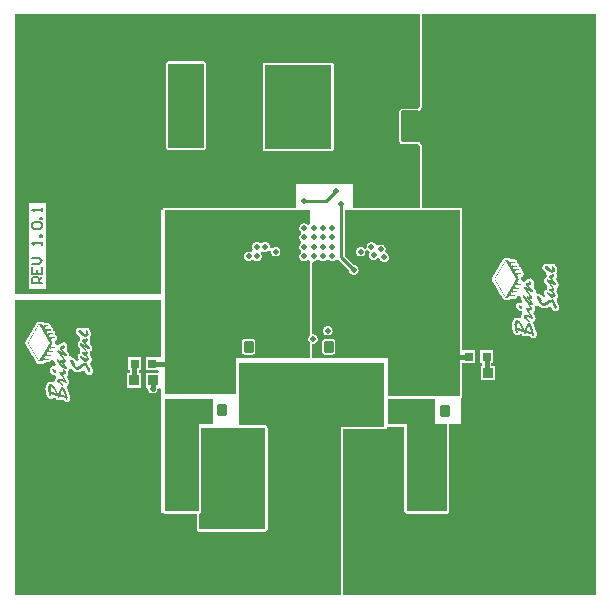
<source format=gtl>
G04*
G04 #@! TF.GenerationSoftware,Altium Limited,Altium Designer,19.0.6 (157)*
G04*
G04 Layer_Physical_Order=1*
G04 Layer_Color=255*
%FSLAX25Y25*%
%MOIN*%
G70*
G01*
G75*
%ADD10C,0.00600*%
G04:AMPARAMS|DCode=15|XSize=33.47mil|YSize=31.5mil|CornerRadius=3.15mil|HoleSize=0mil|Usage=FLASHONLY|Rotation=270.000|XOffset=0mil|YOffset=0mil|HoleType=Round|Shape=RoundedRectangle|*
%AMROUNDEDRECTD15*
21,1,0.03347,0.02520,0,0,270.0*
21,1,0.02717,0.03150,0,0,270.0*
1,1,0.00630,-0.01260,-0.01358*
1,1,0.00630,-0.01260,0.01358*
1,1,0.00630,0.01260,0.01358*
1,1,0.00630,0.01260,-0.01358*
%
%ADD15ROUNDEDRECTD15*%
G04:AMPARAMS|DCode=16|XSize=39.37mil|YSize=31.5mil|CornerRadius=3.15mil|HoleSize=0mil|Usage=FLASHONLY|Rotation=90.000|XOffset=0mil|YOffset=0mil|HoleType=Round|Shape=RoundedRectangle|*
%AMROUNDEDRECTD16*
21,1,0.03937,0.02520,0,0,90.0*
21,1,0.03307,0.03150,0,0,90.0*
1,1,0.00630,0.01260,0.01654*
1,1,0.00630,0.01260,-0.01654*
1,1,0.00630,-0.01260,-0.01654*
1,1,0.00630,-0.01260,0.01654*
%
%ADD16ROUNDEDRECTD16*%
%ADD17R,0.03150X0.03150*%
%ADD18R,0.03425X0.03661*%
G04:AMPARAMS|DCode=19|XSize=63mil|YSize=106mil|CornerRadius=4.72mil|HoleSize=0mil|Usage=FLASHONLY|Rotation=180.000|XOffset=0mil|YOffset=0mil|HoleType=Round|Shape=RoundedRectangle|*
%AMROUNDEDRECTD19*
21,1,0.06300,0.09655,0,0,180.0*
21,1,0.05355,0.10600,0,0,180.0*
1,1,0.00945,-0.02678,0.04828*
1,1,0.00945,0.02678,0.04828*
1,1,0.00945,0.02678,-0.04828*
1,1,0.00945,-0.02678,-0.04828*
%
%ADD19ROUNDEDRECTD19*%
G04:AMPARAMS|DCode=20|XSize=196.85mil|YSize=118.11mil|CornerRadius=8.86mil|HoleSize=0mil|Usage=FLASHONLY|Rotation=0.000|XOffset=0mil|YOffset=0mil|HoleType=Round|Shape=RoundedRectangle|*
%AMROUNDEDRECTD20*
21,1,0.19685,0.10039,0,0,0.0*
21,1,0.17913,0.11811,0,0,0.0*
1,1,0.01772,0.08957,-0.05020*
1,1,0.01772,-0.08957,-0.05020*
1,1,0.01772,-0.08957,0.05020*
1,1,0.01772,0.08957,0.05020*
%
%ADD20ROUNDEDRECTD20*%
%ADD21R,0.07087X0.25984*%
%ADD22R,0.07874X0.11000*%
%ADD23R,0.18110X0.14370*%
%ADD34C,0.01000*%
%ADD35C,0.01600*%
%ADD36R,0.03150X0.01000*%
%ADD37C,0.06299*%
%ADD38C,0.19685*%
%ADD39C,0.01968*%
G36*
X195343Y1507D02*
X111043D01*
X111043Y56876D01*
X122432Y56876D01*
X122458Y56880D01*
X124803D01*
X125012Y56907D01*
X125207Y56988D01*
X125374Y57116D01*
X125502Y57283D01*
X125583Y57478D01*
X125610Y57683D01*
X131476D01*
Y29528D01*
X131504Y29319D01*
X131585Y29124D01*
X131713Y28957D01*
X131880Y28829D01*
X132075Y28748D01*
X132283Y28721D01*
X145669D01*
X145878Y28748D01*
X146073Y28829D01*
X146240Y28957D01*
X146368Y29124D01*
X146449Y29319D01*
X146476Y29528D01*
Y58661D01*
X146476Y58661D01*
X150374D01*
Y67399D01*
X150403Y67411D01*
X150570Y67540D01*
X150699Y67707D01*
X150779Y67901D01*
X150807Y68110D01*
X150807Y78928D01*
X155128D01*
Y83277D01*
X150807D01*
X150807Y129921D01*
X150779Y130130D01*
X150699Y130325D01*
X150571Y130492D01*
X150403Y130620D01*
X150374Y130632D01*
Y130728D01*
X137421D01*
X137421Y151262D01*
X137417Y151292D01*
X137419Y151321D01*
X137404Y151396D01*
X137394Y151471D01*
X137382Y151499D01*
X137376Y151528D01*
X137342Y151596D01*
X137313Y151666D01*
X137295Y151689D01*
X137281Y151716D01*
X136804Y152418D01*
X136753Y152475D01*
X136707Y152535D01*
X136683Y152553D01*
X136664Y152576D01*
X136600Y152617D01*
X136540Y152664D01*
X136512Y152675D01*
X136488Y152691D01*
X136416Y152715D01*
X136345Y152744D01*
X136316Y152748D01*
X136288Y152757D01*
X136212Y152762D01*
X136136Y152772D01*
X130834D01*
X130712Y152788D01*
X130648Y152814D01*
X130592Y152857D01*
X130550Y152913D01*
X130523Y152977D01*
X130507Y153099D01*
Y162649D01*
X130523Y162771D01*
X130550Y162835D01*
X130592Y162891D01*
X130648Y162934D01*
X130712Y162960D01*
X130834Y162976D01*
X135814D01*
X135863Y162983D01*
X135912Y162982D01*
X135967Y162996D01*
X136023Y163004D01*
X136068Y163023D01*
X136116Y163035D01*
X136165Y163063D01*
X136218Y163084D01*
X136257Y163114D01*
X136299Y163139D01*
X136960Y163636D01*
X136979Y163654D01*
X137002Y163669D01*
X137054Y163728D01*
X137110Y163783D01*
X137124Y163806D01*
X137142Y163827D01*
X137281Y164032D01*
X137295Y164059D01*
X137313Y164082D01*
X137342Y164152D01*
X137376Y164220D01*
X137382Y164249D01*
X137394Y164277D01*
X137404Y164352D01*
X137419Y164427D01*
X137417Y164456D01*
X137421Y164486D01*
X137421Y195343D01*
X195343D01*
X195343Y1507D01*
D02*
G37*
G36*
X136614Y164486D02*
X136475Y164280D01*
X135814Y163783D01*
X130781D01*
X130502Y163746D01*
X130241Y163638D01*
X130017Y163466D01*
X129845Y163242D01*
X129737Y162981D01*
X129700Y162701D01*
Y153047D01*
X129737Y152767D01*
X129845Y152506D01*
X130017Y152282D01*
X130241Y152110D01*
X130502Y152002D01*
X130781Y151965D01*
X136136D01*
X136614Y151262D01*
X136614Y130728D01*
X114173Y130728D01*
X114173Y138583D01*
X95276Y138583D01*
X95276Y130728D01*
X51575Y130728D01*
X51366Y130701D01*
X51171Y130620D01*
X51004Y130492D01*
X50876Y130325D01*
X50795Y130130D01*
X50768Y129921D01*
Y129921D01*
X50394D01*
X50394Y101969D01*
X1507Y101969D01*
Y195343D01*
X136614D01*
X136614Y164486D01*
D02*
G37*
G36*
X100000Y125457D02*
X99281Y125131D01*
X99237Y125134D01*
X99103Y125186D01*
X98916Y125339D01*
X98641Y125487D01*
X98342Y125577D01*
X98032Y125608D01*
X97721Y125577D01*
X97422Y125487D01*
X97147Y125339D01*
X96906Y125141D01*
X96708Y124900D01*
X96561Y124625D01*
X96470Y124326D01*
X96440Y124016D01*
X96470Y123705D01*
X96561Y123407D01*
X96708Y123131D01*
X96861Y122944D01*
X96907Y122827D01*
Y122055D01*
X96861Y121938D01*
X96708Y121750D01*
X96561Y121475D01*
X96470Y121177D01*
X96440Y120866D01*
X96470Y120556D01*
X96561Y120257D01*
X96708Y119982D01*
X96861Y119795D01*
X96907Y119677D01*
Y118906D01*
X96861Y118788D01*
X96708Y118601D01*
X96561Y118326D01*
X96470Y118027D01*
X96440Y117717D01*
X96470Y117406D01*
X96561Y117107D01*
X96708Y116832D01*
X96861Y116645D01*
X96907Y116527D01*
Y115756D01*
X96861Y115638D01*
X96708Y115451D01*
X96561Y115176D01*
X96470Y114877D01*
X96440Y114567D01*
X96470Y114256D01*
X96561Y113958D01*
X96708Y113682D01*
X96906Y113441D01*
X97147Y113243D01*
X97422Y113096D01*
X97721Y113006D01*
X98032Y112975D01*
X98342Y113006D01*
X98641Y113096D01*
X98916Y113243D01*
X99103Y113397D01*
X99237Y113449D01*
X99281Y113452D01*
X100000Y113126D01*
X100000Y88250D01*
X99859Y88134D01*
X99661Y87892D01*
X99514Y87617D01*
X99423Y87318D01*
X99392Y87008D01*
X99423Y86697D01*
X99514Y86399D01*
X99661Y86124D01*
X99859Y85882D01*
X100000Y85766D01*
Y80709D01*
X75197Y80709D01*
Y68504D01*
X51575Y68504D01*
X51575Y129921D01*
X100000Y129921D01*
Y125457D01*
D02*
G37*
G36*
X150000Y129921D02*
X150000Y68110D01*
X125984Y68110D01*
X125984Y80709D01*
X100807Y80709D01*
Y85255D01*
X100984Y85416D01*
X101295Y85447D01*
X101593Y85537D01*
X101869Y85684D01*
X102110Y85882D01*
X102308Y86124D01*
X102455Y86399D01*
X102546Y86697D01*
X102576Y87008D01*
X102546Y87318D01*
X102455Y87617D01*
X102308Y87892D01*
X102110Y88134D01*
X101869Y88332D01*
X101593Y88479D01*
X101295Y88569D01*
X100984Y88600D01*
X100807Y88761D01*
X100807Y112208D01*
X101181Y112975D01*
X101492Y113006D01*
X101790Y113096D01*
X102066Y113243D01*
X102253Y113397D01*
X102370Y113442D01*
X103142D01*
X103259Y113397D01*
X103446Y113243D01*
X103721Y113096D01*
X104020Y113006D01*
X104331Y112975D01*
X104641Y113006D01*
X104940Y113096D01*
X105215Y113243D01*
X105402Y113397D01*
X105520Y113442D01*
X106291D01*
X106409Y113397D01*
X106596Y113243D01*
X106871Y113096D01*
X107170Y113006D01*
X107480Y112975D01*
X107791Y113006D01*
X108089Y113096D01*
X108365Y113243D01*
X108571Y113412D01*
X108648Y113447D01*
X108808Y113467D01*
X109399Y113423D01*
X109540Y113362D01*
X109541Y113360D01*
X112987Y109914D01*
X113006Y109729D01*
X113096Y109430D01*
X113243Y109155D01*
X113441Y108914D01*
X113682Y108716D01*
X113958Y108569D01*
X114256Y108478D01*
X114567Y108448D01*
X114877Y108478D01*
X115176Y108569D01*
X115451Y108716D01*
X115693Y108914D01*
X115891Y109155D01*
X116038Y109430D01*
X116128Y109729D01*
X116159Y110039D01*
X116128Y110350D01*
X116038Y110649D01*
X115891Y110924D01*
X115693Y111165D01*
X115451Y111363D01*
X115176Y111510D01*
X114877Y111601D01*
X114693Y111619D01*
X111600Y114712D01*
Y129921D01*
X150000Y129921D01*
D02*
G37*
G36*
X67716Y66929D02*
X67716Y58661D01*
X62992Y58661D01*
Y29528D01*
X51575Y29528D01*
X51575Y66929D01*
X67716Y66929D01*
D02*
G37*
G36*
X50394Y100000D02*
X50394Y80968D01*
X49594Y80915D01*
X45266D01*
Y76565D01*
X49479D01*
X49545Y76459D01*
X49401Y76064D01*
X48932Y75659D01*
X45246D01*
Y70798D01*
X45967Y70472D01*
X45998Y70162D01*
X46088Y69863D01*
X46235Y69588D01*
X46433Y69347D01*
X46675Y69149D01*
X46950Y69002D01*
X47249Y68911D01*
X47559Y68880D01*
X47870Y68911D01*
X48168Y69002D01*
X48443Y69149D01*
X48685Y69347D01*
X48883Y69588D01*
X49030Y69863D01*
X49120Y70162D01*
X49151Y70472D01*
X49872Y70798D01*
X50394Y70214D01*
X50394Y28842D01*
X51154D01*
X51171Y28829D01*
X51366Y28748D01*
X51575Y28721D01*
X62185Y28721D01*
Y23622D01*
X62213Y23413D01*
X62293Y23219D01*
X62422Y23052D01*
X62589Y22923D01*
X62783Y22843D01*
X62992Y22815D01*
X73992D01*
X74016Y22814D01*
X74040Y22815D01*
X85039D01*
X85248Y22843D01*
X85443Y22923D01*
X85610Y23052D01*
X85738Y23219D01*
X85819Y23413D01*
X85846Y23622D01*
X85846Y57480D01*
X85819Y57689D01*
X85738Y57884D01*
X85610Y58051D01*
X85443Y58179D01*
X85248Y58260D01*
X85039Y58287D01*
X76378Y58287D01*
X76378Y79134D01*
X124803Y79134D01*
X124803Y57687D01*
X122432D01*
Y57683D01*
X110236Y57683D01*
X110236Y1507D01*
X1507Y1507D01*
X1507Y100000D01*
X50394Y100000D01*
D02*
G37*
G36*
X141732Y58661D02*
X145669D01*
Y29528D01*
X132283D01*
Y58661D01*
X125984Y58661D01*
X125984Y66929D01*
X141732Y66929D01*
X141732Y58661D01*
D02*
G37*
G36*
X85039Y23622D02*
X62992Y23622D01*
Y28721D01*
X63201Y28748D01*
X63396Y28829D01*
X63563Y28957D01*
X63691Y29124D01*
X63771Y29319D01*
X63799Y29528D01*
Y57480D01*
X85039Y57480D01*
X85039Y23622D01*
D02*
G37*
%LPC*%
G36*
X166093Y114018D02*
X165085D01*
X164876Y113990D01*
X164681Y113910D01*
X164514Y113782D01*
X164466Y113718D01*
X164402Y113670D01*
X164274Y113503D01*
X164216Y113363D01*
X164179Y113334D01*
X164050Y113167D01*
X163980Y112997D01*
X163938Y112943D01*
X163868Y112773D01*
X163826Y112719D01*
X163768Y112579D01*
X163731Y112550D01*
X163602Y112383D01*
X163532Y112214D01*
X163490Y112159D01*
X163433Y112019D01*
X163395Y111990D01*
X163267Y111823D01*
X163196Y111654D01*
X163155Y111599D01*
X163084Y111430D01*
X163043Y111375D01*
X162985Y111236D01*
X162947Y111207D01*
X162819Y111039D01*
X162761Y110900D01*
X162723Y110871D01*
X162595Y110704D01*
X162525Y110534D01*
X162483Y110480D01*
X162425Y110340D01*
X162387Y110311D01*
X162259Y110144D01*
X162189Y109974D01*
X162147Y109920D01*
X162089Y109780D01*
X162051Y109751D01*
X161923Y109584D01*
X161853Y109415D01*
X161811Y109360D01*
X161753Y109220D01*
X161715Y109191D01*
X161587Y109024D01*
X161517Y108855D01*
X161475Y108800D01*
X161405Y108631D01*
X161363Y108576D01*
X161305Y108437D01*
X161268Y108408D01*
X161139Y108240D01*
X161069Y108071D01*
X161027Y108017D01*
X160969Y107877D01*
X160932Y107848D01*
X160803Y107681D01*
X160733Y107511D01*
X160691Y107457D01*
X160611Y107262D01*
X160583Y107053D01*
Y106941D01*
X160611Y106733D01*
X160691Y106538D01*
X160733Y106484D01*
X160803Y106314D01*
X160932Y106147D01*
X160969Y106118D01*
X161027Y105978D01*
X161069Y105924D01*
X161139Y105754D01*
X161181Y105700D01*
X161251Y105530D01*
X161380Y105363D01*
X161417Y105334D01*
X161475Y105194D01*
X161517Y105140D01*
X161587Y104971D01*
X161715Y104803D01*
X161753Y104774D01*
X161811Y104635D01*
X161853Y104580D01*
X161923Y104411D01*
X161965Y104356D01*
X162035Y104187D01*
X162163Y104020D01*
X162201Y103991D01*
X162259Y103851D01*
X162301Y103797D01*
X162371Y103627D01*
X162499Y103460D01*
X162537Y103431D01*
X162595Y103291D01*
X162636Y103237D01*
X162707Y103067D01*
X162749Y103013D01*
X162819Y102843D01*
X162947Y102676D01*
X162985Y102647D01*
X163043Y102507D01*
X163084Y102453D01*
X163155Y102284D01*
X163283Y102116D01*
X163321Y102087D01*
X163379Y101948D01*
X163420Y101893D01*
X163490Y101724D01*
X163619Y101557D01*
X163656Y101528D01*
X163714Y101388D01*
X163756Y101333D01*
X163826Y101164D01*
X163955Y100997D01*
X163992Y100968D01*
X164050Y100828D01*
X164092Y100774D01*
X164162Y100604D01*
X164290Y100437D01*
X164354Y100389D01*
X164402Y100325D01*
X164466Y100277D01*
X164514Y100213D01*
X164681Y100085D01*
X164876Y100004D01*
X165085Y99977D01*
X166093D01*
X166301Y100004D01*
X166496Y100085D01*
X166663Y100213D01*
X166712Y100277D01*
X166775Y100325D01*
X166776Y100326D01*
X166876Y100313D01*
X166988D01*
X167197Y100340D01*
X167392Y100421D01*
X167397Y100425D01*
X168220D01*
X168429Y100452D01*
X168623Y100533D01*
X168790Y100661D01*
X168839Y100724D01*
X168902Y100773D01*
X169030Y100940D01*
X169111Y101135D01*
X169125Y101241D01*
X169412Y101493D01*
X169768Y101406D01*
X170212Y101015D01*
Y101008D01*
X170239Y100799D01*
X170320Y100604D01*
X170362Y100550D01*
X170432Y100380D01*
X170474Y100326D01*
X170544Y100156D01*
X170672Y99989D01*
X170710Y99960D01*
X170731Y99909D01*
X170534Y99347D01*
X170404Y99084D01*
X170191Y99019D01*
X169996Y99100D01*
X169787Y99128D01*
X169563D01*
X169354Y99100D01*
X169160Y99019D01*
X168993Y98891D01*
X168865Y98724D01*
X168784Y98529D01*
X168756Y98321D01*
Y97761D01*
X168784Y97552D01*
X168865Y97357D01*
X168906Y97303D01*
X168976Y97133D01*
X169105Y96966D01*
X169168Y96918D01*
X169217Y96854D01*
X169280Y96806D01*
X169329Y96742D01*
X169392Y96694D01*
X169440Y96631D01*
X169504Y96582D01*
X169553Y96518D01*
X169616Y96470D01*
X169665Y96407D01*
X169832Y96278D01*
X170026Y96198D01*
X170235Y96170D01*
X170525D01*
X170792Y95817D01*
X170871Y95388D01*
X170847Y95357D01*
X170784Y95309D01*
X170735Y95245D01*
X170672Y95197D01*
X170544Y95029D01*
X170463Y94835D01*
X170436Y94626D01*
Y94410D01*
X170394Y94340D01*
X170325Y94246D01*
X170146Y94104D01*
X169656Y93905D01*
X169548Y93950D01*
X169339Y93977D01*
X168556D01*
X168347Y93950D01*
X168152Y93869D01*
X167985Y93741D01*
X167937Y93678D01*
X167873Y93629D01*
X167745Y93462D01*
X167664Y93267D01*
X167653Y93185D01*
X167649Y93181D01*
X167521Y93014D01*
X167440Y92820D01*
X167413Y92611D01*
Y92235D01*
X167409Y92230D01*
X167328Y92036D01*
X167301Y91827D01*
Y91603D01*
X167328Y91394D01*
X167409Y91200D01*
X167413Y91195D01*
Y90483D01*
X167440Y90275D01*
X167521Y90080D01*
X167525Y90075D01*
Y90036D01*
X167552Y89827D01*
X167633Y89632D01*
X167648Y89612D01*
X167664Y89491D01*
X167745Y89296D01*
X167760Y89276D01*
X167776Y89155D01*
X167857Y88960D01*
X167985Y88793D01*
X168112Y88696D01*
X168209Y88569D01*
X168376Y88441D01*
X168546Y88371D01*
X168600Y88329D01*
X168795Y88249D01*
X169003Y88221D01*
X169227D01*
X169436Y88249D01*
X169631Y88329D01*
X169798Y88458D01*
X170360Y88534D01*
X170552Y88494D01*
X170705Y88439D01*
X170768Y88289D01*
X170896Y88122D01*
X171063Y87993D01*
X171258Y87913D01*
X171467Y87885D01*
X171914D01*
X172123Y87913D01*
X172318Y87993D01*
X172444Y88090D01*
X172601Y88025D01*
X172810Y87997D01*
X172961D01*
X172966Y87993D01*
X173161Y87913D01*
X173370Y87885D01*
X173375D01*
X173397Y87869D01*
X173455Y87729D01*
X173583Y87562D01*
X173646Y87513D01*
X173695Y87450D01*
X173862Y87322D01*
X174057Y87241D01*
X174266Y87214D01*
X174601D01*
X174810Y87241D01*
X175005Y87322D01*
X175172Y87450D01*
X175300Y87617D01*
X175381Y87812D01*
X175408Y88020D01*
Y88026D01*
X175524Y88177D01*
X175605Y88371D01*
X175632Y88580D01*
Y89028D01*
X175605Y89237D01*
X175524Y89432D01*
X175396Y89599D01*
X175262Y89701D01*
X175188Y89879D01*
X175184Y89884D01*
Y89924D01*
X175157Y90133D01*
X175076Y90327D01*
X175072Y90332D01*
Y90372D01*
X175045Y90580D01*
X174964Y90775D01*
X174949Y90795D01*
X174933Y90916D01*
X174852Y91111D01*
X174837Y91131D01*
X174821Y91252D01*
X174740Y91447D01*
X174699Y91501D01*
X174628Y91671D01*
X174587Y91725D01*
X174516Y91895D01*
X174475Y91949D01*
X174442Y92028D01*
X174451Y92264D01*
X174654Y92892D01*
X174752Y92984D01*
X174836Y93048D01*
X174885Y93111D01*
X174948Y93160D01*
X175076Y93327D01*
X175157Y93521D01*
X175184Y93730D01*
Y94066D01*
X175157Y94275D01*
X175076Y94470D01*
X175034Y94524D01*
X174964Y94694D01*
X174923Y94748D01*
X174852Y94918D01*
X174724Y95085D01*
X174686Y95114D01*
X174628Y95253D01*
X174528Y95450D01*
X174516Y95477D01*
X174409Y95684D01*
X174612Y96071D01*
X174740Y96238D01*
X174821Y96432D01*
X174848Y96641D01*
Y97425D01*
X174832Y97549D01*
X174948Y97638D01*
X175076Y97805D01*
X175157Y98000D01*
X175167Y98074D01*
X175213Y98106D01*
X175530Y98260D01*
X175984Y98278D01*
X176046Y98198D01*
X176109Y98149D01*
X176158Y98086D01*
X176221Y98037D01*
X176270Y97974D01*
X176333Y97925D01*
X176382Y97862D01*
X176445Y97813D01*
X176494Y97750D01*
X176661Y97622D01*
X176801Y97564D01*
X176830Y97526D01*
X176997Y97398D01*
X177166Y97328D01*
X177221Y97286D01*
X177415Y97205D01*
X177624Y97178D01*
X178632D01*
X178841Y97205D01*
X179035Y97286D01*
X179202Y97414D01*
X179231Y97452D01*
X179371Y97510D01*
X179426Y97552D01*
X179595Y97622D01*
X179785Y97639D01*
X179975Y97613D01*
X180296Y97523D01*
X180327Y97508D01*
X180502Y97371D01*
X180508Y97357D01*
X180550Y97303D01*
X180620Y97133D01*
X180662Y97079D01*
X180732Y96910D01*
X180860Y96742D01*
X180924Y96694D01*
X180972Y96631D01*
X181036Y96582D01*
X181084Y96518D01*
X181251Y96390D01*
X181446Y96310D01*
X181655Y96282D01*
X182103D01*
X182311Y96310D01*
X182506Y96390D01*
X182673Y96518D01*
X182801Y96686D01*
X182872Y96855D01*
X182913Y96910D01*
X182994Y97104D01*
X183021Y97313D01*
Y97985D01*
X182994Y98194D01*
X182913Y98388D01*
X182872Y98443D01*
X182801Y98612D01*
X182760Y98667D01*
X182689Y98836D01*
X182648Y98890D01*
X182578Y99060D01*
X182536Y99114D01*
X182466Y99284D01*
X182337Y99451D01*
X182299Y99480D01*
X182242Y99620D01*
X182198Y100104D01*
X182279Y100404D01*
X182337Y100549D01*
X182386Y100612D01*
X182449Y100661D01*
X182578Y100828D01*
X182658Y101023D01*
X182686Y101232D01*
Y101679D01*
X182658Y101888D01*
X182578Y102083D01*
X182536Y102137D01*
X182466Y102307D01*
X182337Y102474D01*
X182130Y102955D01*
X182210Y103150D01*
X182238Y103359D01*
Y103583D01*
X182210Y103791D01*
X182296Y104093D01*
X182506Y104227D01*
X182673Y104356D01*
X182801Y104523D01*
X182882Y104717D01*
X182910Y104926D01*
Y105262D01*
X182882Y105471D01*
X182801Y105666D01*
X182760Y105720D01*
X182689Y105889D01*
X182561Y106056D01*
X182498Y106105D01*
X182449Y106168D01*
X182386Y106217D01*
X182337Y106280D01*
X182279Y106358D01*
X182242Y106449D01*
X182052Y106918D01*
X182130Y107210D01*
X182210Y107404D01*
X182238Y107613D01*
Y108285D01*
X182210Y108494D01*
X182130Y108688D01*
X182053Y108788D01*
X182113Y108834D01*
X182242Y109001D01*
X182312Y109171D01*
X182354Y109225D01*
X182434Y109420D01*
X182462Y109628D01*
Y110076D01*
X182434Y110285D01*
X182354Y110480D01*
X182350Y110485D01*
Y110524D01*
X182322Y110733D01*
X182242Y110927D01*
X182200Y110982D01*
X182130Y111151D01*
X182001Y111319D01*
X181964Y111348D01*
X181906Y111487D01*
X181778Y111654D01*
X181714Y111703D01*
X181666Y111766D01*
X181498Y111895D01*
X181304Y111975D01*
X181095Y112003D01*
X180759D01*
X180550Y111975D01*
X180356Y111895D01*
X180166Y111771D01*
X179595Y111895D01*
X179401Y111975D01*
X179192Y112003D01*
X178408D01*
X178199Y111975D01*
X178005Y111895D01*
X177837Y111766D01*
X177789Y111703D01*
X177726Y111654D01*
X177597Y111487D01*
X177517Y111293D01*
X177489Y111084D01*
Y110636D01*
X177517Y110427D01*
X177597Y110233D01*
X177639Y110178D01*
X177709Y110009D01*
X177837Y109842D01*
X177901Y109793D01*
X177949Y109730D01*
X178013Y109681D01*
X178061Y109618D01*
X178125Y109569D01*
X178173Y109506D01*
X178237Y109457D01*
X178285Y109394D01*
X178349Y109345D01*
X178397Y109282D01*
X178461Y109233D01*
X178509Y109170D01*
X178563Y109128D01*
X178575Y109118D01*
X178621Y109058D01*
X178796Y108848D01*
X178860Y108158D01*
X178833Y107949D01*
Y107619D01*
X178759Y107609D01*
X178564Y107528D01*
X178397Y107400D01*
X178349Y107337D01*
X178285Y107288D01*
X178157Y107121D01*
X178076Y106926D01*
X178049Y106718D01*
Y106270D01*
X178076Y106061D01*
X178157Y105866D01*
X178199Y105812D01*
X178269Y105642D01*
X178397Y105475D01*
X178461Y105427D01*
X178509Y105363D01*
X178572Y105315D01*
X178621Y105251D01*
X178684Y105203D01*
X178733Y105139D01*
X178741Y105134D01*
X178846Y104962D01*
X178952Y104684D01*
X178941Y104210D01*
X178860Y104015D01*
X178833Y103807D01*
Y103379D01*
X178647Y103354D01*
X178452Y103274D01*
X178285Y103146D01*
X178157Y102979D01*
X178076Y102784D01*
X178049Y102575D01*
Y102239D01*
X178076Y102030D01*
X178157Y101836D01*
X178199Y101781D01*
X178269Y101612D01*
X178322Y101542D01*
X178189Y100933D01*
X178131Y100924D01*
X177906Y100936D01*
X177427Y101187D01*
X177299Y101354D01*
X177261Y101383D01*
X177204Y101523D01*
X177075Y101690D01*
X177012Y101739D01*
X176963Y101802D01*
X176796Y101930D01*
X176602Y102011D01*
X176480Y102027D01*
X176460Y102042D01*
X176266Y102123D01*
X176057Y102150D01*
X176008D01*
X175988Y102156D01*
X175480Y102464D01*
X175296Y102911D01*
X175269Y103120D01*
X175188Y103314D01*
X175146Y103369D01*
X175076Y103538D01*
X174948Y103705D01*
X174885Y103754D01*
X174836Y103817D01*
X174773Y103866D01*
X174731Y103920D01*
X174710Y103949D01*
X174610Y104095D01*
X174604Y104106D01*
X174513Y104844D01*
X174516Y104859D01*
X174597Y105053D01*
X174625Y105262D01*
Y105934D01*
X174597Y106143D01*
X174516Y106337D01*
X174388Y106504D01*
X174325Y106553D01*
X174276Y106616D01*
X174239Y106645D01*
X174181Y106785D01*
X174052Y106952D01*
X173885Y107080D01*
X173691Y107161D01*
X173482Y107188D01*
X173370D01*
X173161Y107161D01*
X172966Y107080D01*
X172946Y107065D01*
X172825Y107049D01*
X172631Y106968D01*
X172463Y106840D01*
X172335Y106673D01*
X172314Y106622D01*
X172153Y106601D01*
X171959Y106521D01*
X171904Y106479D01*
X171735Y106409D01*
X171568Y106280D01*
X171222Y106137D01*
X170481Y106508D01*
X170368Y106964D01*
X170361Y107093D01*
X170370Y107165D01*
Y107277D01*
X170358Y107503D01*
X170556Y107729D01*
X170750Y107810D01*
X170917Y107938D01*
X170966Y108002D01*
X171029Y108050D01*
X171158Y108217D01*
X171238Y108412D01*
X171266Y108621D01*
Y108845D01*
X171238Y109054D01*
X171158Y109248D01*
X171029Y109415D01*
X170862Y109544D01*
X170668Y109624D01*
X170594Y109852D01*
Y110188D01*
X170567Y110397D01*
X170486Y110592D01*
X170358Y110759D01*
X170191Y110887D01*
X169996Y110968D01*
X169799Y110994D01*
X169810Y111084D01*
Y111420D01*
X169783Y111629D01*
X169702Y111823D01*
X169574Y111990D01*
X169407Y112119D01*
X169197Y112269D01*
X169139Y112539D01*
Y112651D01*
X169111Y112860D01*
X169030Y113055D01*
X168902Y113222D01*
X168839Y113270D01*
X168790Y113334D01*
X168623Y113462D01*
X168429Y113543D01*
X168220Y113570D01*
X167397D01*
X167392Y113574D01*
X167197Y113655D01*
X166988Y113682D01*
X166876D01*
X166776Y113669D01*
X166775Y113670D01*
X166712Y113718D01*
X166663Y113782D01*
X166496Y113910D01*
X166301Y113990D01*
X166093Y114018D01*
D02*
G37*
G36*
X161033Y83277D02*
X156684D01*
Y78928D01*
X157351D01*
Y78021D01*
X157057D01*
Y73160D01*
X161683D01*
Y78021D01*
X160365D01*
Y78928D01*
X161033D01*
Y83277D01*
D02*
G37*
%LPD*%
G36*
X181095Y111084D02*
X181207D01*
Y110860D01*
X181319D01*
Y110748D01*
X181431D01*
Y110524D01*
X181543D01*
Y110076D01*
X181655D01*
Y109628D01*
X181543D01*
Y109405D01*
X181431D01*
Y109292D01*
X181207D01*
Y109181D01*
X180983D01*
Y108845D01*
X180423D01*
Y108957D01*
X180311D01*
Y109181D01*
X180087D01*
Y109292D01*
X179752D01*
Y109405D01*
X179528D01*
Y109517D01*
X179416D01*
Y109628D01*
X179192D01*
Y109740D01*
X179080D01*
Y109852D01*
X178968D01*
Y109964D01*
X178856D01*
Y110076D01*
X178744D01*
Y110188D01*
X178632D01*
Y110300D01*
X178520D01*
Y110412D01*
X178408D01*
Y110636D01*
X178296D01*
Y111084D01*
X178408D01*
Y111196D01*
X179192D01*
Y111084D01*
X179416D01*
Y110972D01*
X179528D01*
Y110860D01*
X179639D01*
Y110748D01*
X179752D01*
Y110636D01*
X179863D01*
Y110524D01*
X179975D01*
Y110412D01*
X180087D01*
Y110300D01*
X180199D01*
Y110188D01*
X180311D01*
Y110076D01*
X180423D01*
Y109964D01*
X180759D01*
Y110188D01*
X180871D01*
Y110412D01*
X180759D01*
Y110748D01*
X180647D01*
Y111084D01*
X180759D01*
Y111196D01*
X181095D01*
Y111084D01*
D02*
G37*
G36*
X166093Y113099D02*
X166205D01*
Y112875D01*
X166316D01*
Y112763D01*
X166428D01*
Y112651D01*
X166652D01*
Y112763D01*
X166876D01*
Y112875D01*
X166988D01*
Y112763D01*
X168220D01*
Y112651D01*
X168332D01*
Y112539D01*
X168220D01*
Y112427D01*
X167324D01*
Y112315D01*
X167212D01*
Y112203D01*
X167100D01*
Y112092D01*
X166988D01*
Y111979D01*
X166876D01*
Y111756D01*
X166988D01*
Y111532D01*
X167100D01*
Y111420D01*
X167436D01*
Y111532D01*
X167772D01*
Y111420D01*
X169003D01*
Y111084D01*
X167996D01*
Y110972D01*
X167884D01*
Y110860D01*
X167772D01*
Y110748D01*
X167660D01*
Y110412D01*
X167772D01*
Y110188D01*
X167884D01*
Y110076D01*
X168108D01*
Y110188D01*
X168332D01*
Y110300D01*
X168444D01*
Y110188D01*
X169787D01*
Y109852D01*
X168780D01*
Y109740D01*
X168668D01*
Y109628D01*
X168556D01*
Y109517D01*
X168444D01*
Y109405D01*
X168332D01*
Y109181D01*
X168444D01*
Y109069D01*
X168556D01*
Y108845D01*
X168892D01*
Y108957D01*
X169227D01*
Y108845D01*
X170459D01*
Y108621D01*
X170347D01*
Y108509D01*
X169451D01*
Y108397D01*
X169339D01*
Y108285D01*
X169227D01*
Y108173D01*
X169115D01*
Y107837D01*
X169227D01*
Y107613D01*
X169339D01*
Y107501D01*
X169451D01*
Y107277D01*
X169563D01*
Y107165D01*
X169451D01*
Y107053D01*
X168780D01*
Y107165D01*
X168556D01*
Y107277D01*
X168444D01*
Y107501D01*
X168332D01*
Y107725D01*
X168220D01*
Y107949D01*
X168108D01*
Y108061D01*
X167996D01*
Y108285D01*
X167884D01*
Y108509D01*
X167772D01*
Y108621D01*
X167660D01*
Y108845D01*
X167548D01*
Y109069D01*
X167436D01*
Y109292D01*
X167324D01*
Y109517D01*
X167212D01*
Y109628D01*
X167100D01*
Y109852D01*
X166988D01*
Y110076D01*
X166876D01*
Y110188D01*
X166764D01*
Y110412D01*
X166652D01*
Y110636D01*
X166540D01*
Y110860D01*
X166428D01*
Y110972D01*
X166316D01*
Y111196D01*
X166205D01*
Y111420D01*
X166093D01*
Y111644D01*
X165981D01*
Y111756D01*
X165869D01*
Y111979D01*
X165757D01*
Y112203D01*
X165645D01*
Y112427D01*
X165533D01*
Y112539D01*
X165421D01*
Y112763D01*
X165309D01*
Y112875D01*
X165085D01*
Y112763D01*
X164973D01*
Y112539D01*
X164861D01*
Y112315D01*
X164749D01*
Y112092D01*
X164637D01*
Y111979D01*
X164525D01*
Y111756D01*
X164413D01*
Y111644D01*
X164301D01*
Y111420D01*
X164189D01*
Y111196D01*
X164077D01*
Y110972D01*
X163965D01*
Y110860D01*
X163853D01*
Y110636D01*
X163741D01*
Y110524D01*
X163629D01*
Y110300D01*
X163517D01*
Y110076D01*
X163406D01*
Y109964D01*
X163294D01*
Y109740D01*
X163182D01*
Y109517D01*
X163070D01*
Y109292D01*
X162958D01*
Y109181D01*
X162846D01*
Y108957D01*
X162734D01*
Y108733D01*
X162622D01*
Y108621D01*
X162510D01*
Y108397D01*
X162398D01*
Y108173D01*
X162286D01*
Y108061D01*
X162174D01*
Y107837D01*
X162062D01*
Y107613D01*
X161950D01*
Y107389D01*
X161838D01*
Y107277D01*
X161726D01*
Y107053D01*
X161614D01*
Y106829D01*
X161726D01*
Y106718D01*
X161838D01*
Y106494D01*
X161950D01*
Y106270D01*
X162062D01*
Y106158D01*
X162174D01*
Y105934D01*
X162286D01*
Y105710D01*
X162398D01*
Y105598D01*
X162510D01*
Y105374D01*
X162622D01*
Y105262D01*
X162734D01*
Y105038D01*
X162846D01*
Y104814D01*
X162958D01*
Y104590D01*
X163070D01*
Y104478D01*
X163182D01*
Y104254D01*
X163294D01*
Y104031D01*
X163406D01*
Y103919D01*
X163517D01*
Y103695D01*
X163629D01*
Y103471D01*
X163741D01*
Y103359D01*
X163853D01*
Y103135D01*
X163965D01*
Y102911D01*
X164077D01*
Y102687D01*
X164189D01*
Y102575D01*
X164301D01*
Y102351D01*
X164413D01*
Y102127D01*
X164525D01*
Y102015D01*
X164637D01*
Y101791D01*
X164749D01*
Y101567D01*
X164861D01*
Y101344D01*
X164973D01*
Y101232D01*
X165085D01*
Y101120D01*
X165421D01*
Y101344D01*
X165533D01*
Y101567D01*
X165645D01*
Y101791D01*
X165757D01*
Y101903D01*
X165869D01*
Y102127D01*
X165981D01*
Y102351D01*
X166093D01*
Y102575D01*
X166205D01*
Y102799D01*
X166316D01*
Y102911D01*
X166428D01*
Y103135D01*
X166540D01*
Y103247D01*
X166652D01*
Y103471D01*
X166764D01*
Y103695D01*
X166876D01*
Y103919D01*
X166988D01*
Y104031D01*
X167100D01*
Y104254D01*
X167212D01*
Y104478D01*
X167324D01*
Y104702D01*
X167436D01*
Y104814D01*
X167548D01*
Y105038D01*
X167660D01*
Y105262D01*
X167772D01*
Y105486D01*
X167884D01*
Y105710D01*
X167996D01*
Y105822D01*
X168108D01*
Y106046D01*
X168220D01*
Y106270D01*
X168332D01*
Y106382D01*
X168444D01*
Y106606D01*
X168556D01*
Y106718D01*
X168668D01*
Y106829D01*
X168780D01*
Y106941D01*
X169451D01*
Y106829D01*
X169563D01*
Y106718D01*
X169451D01*
Y106494D01*
X169339D01*
Y106270D01*
X169227D01*
Y106046D01*
X169115D01*
Y105822D01*
X169227D01*
Y105710D01*
X169339D01*
Y105598D01*
X169451D01*
Y105486D01*
X170459D01*
Y105150D01*
X169227D01*
Y104926D01*
X169115D01*
Y105038D01*
X168892D01*
Y105150D01*
X168556D01*
Y104926D01*
X168444D01*
Y104702D01*
X168332D01*
Y104590D01*
X168444D01*
Y104478D01*
X168556D01*
Y104366D01*
X168668D01*
Y104254D01*
X168780D01*
Y104142D01*
X169787D01*
Y103919D01*
X169675D01*
Y103807D01*
X168444D01*
Y103695D01*
X168332D01*
Y103807D01*
X168108D01*
Y103919D01*
X167884D01*
Y103807D01*
X167772D01*
Y103583D01*
X167660D01*
Y103247D01*
X167772D01*
Y103135D01*
X167884D01*
Y103023D01*
X167996D01*
Y102911D01*
X169003D01*
Y102575D01*
X167772D01*
Y102463D01*
X167436D01*
Y102575D01*
X167100D01*
Y102463D01*
X166988D01*
Y102239D01*
X166876D01*
Y102015D01*
X166988D01*
Y101903D01*
X167100D01*
Y101791D01*
X167212D01*
Y101679D01*
X167324D01*
Y101567D01*
X168220D01*
Y101455D01*
X168332D01*
Y101344D01*
X168220D01*
Y101232D01*
X166988D01*
Y101120D01*
X166876D01*
Y101232D01*
X166652D01*
Y101344D01*
X166428D01*
Y101232D01*
X166316D01*
Y101008D01*
X166205D01*
Y100896D01*
X166093D01*
Y100784D01*
X165085D01*
Y100896D01*
X164973D01*
Y101008D01*
X164861D01*
Y101232D01*
X164749D01*
Y101455D01*
X164637D01*
Y101567D01*
X164525D01*
Y101791D01*
X164413D01*
Y102015D01*
X164301D01*
Y102127D01*
X164189D01*
Y102351D01*
X164077D01*
Y102575D01*
X163965D01*
Y102687D01*
X163853D01*
Y102911D01*
X163741D01*
Y103135D01*
X163629D01*
Y103247D01*
X163517D01*
Y103471D01*
X163406D01*
Y103695D01*
X163294D01*
Y103919D01*
X163182D01*
Y104031D01*
X163070D01*
Y104254D01*
X162958D01*
Y104478D01*
X162846D01*
Y104590D01*
X162734D01*
Y104814D01*
X162622D01*
Y105038D01*
X162510D01*
Y105262D01*
X162398D01*
Y105374D01*
X162286D01*
Y105598D01*
X162174D01*
Y105822D01*
X162062D01*
Y105934D01*
X161950D01*
Y106158D01*
X161838D01*
Y106382D01*
X161726D01*
Y106606D01*
X161614D01*
Y106718D01*
X161502D01*
Y106941D01*
X161390D01*
Y107053D01*
X161502D01*
Y107277D01*
X161614D01*
Y107389D01*
X161726D01*
Y107613D01*
X161838D01*
Y107837D01*
X161950D01*
Y107949D01*
X162062D01*
Y108173D01*
X162174D01*
Y108397D01*
X162286D01*
Y108621D01*
X162398D01*
Y108733D01*
X162510D01*
Y108957D01*
X162622D01*
Y109181D01*
X162734D01*
Y109292D01*
X162846D01*
Y109517D01*
X162958D01*
Y109740D01*
X163070D01*
Y109852D01*
X163182D01*
Y110076D01*
X163294D01*
Y110300D01*
X163406D01*
Y110412D01*
X163517D01*
Y110636D01*
X163629D01*
Y110748D01*
X163741D01*
Y110972D01*
X163853D01*
Y111196D01*
X163965D01*
Y111420D01*
X164077D01*
Y111532D01*
X164189D01*
Y111756D01*
X164301D01*
Y111979D01*
X164413D01*
Y112092D01*
X164525D01*
Y112315D01*
X164637D01*
Y112539D01*
X164749D01*
Y112763D01*
X164861D01*
Y112875D01*
X164973D01*
Y113099D01*
X165085D01*
Y113211D01*
X166093D01*
Y113099D01*
D02*
G37*
G36*
X181095Y108621D02*
X181207D01*
Y108397D01*
X181319D01*
Y108285D01*
X181431D01*
Y107613D01*
X181319D01*
Y107501D01*
X180983D01*
Y107389D01*
X180759D01*
Y107277D01*
X180647D01*
Y106941D01*
X180759D01*
Y106829D01*
X180871D01*
Y106606D01*
X180983D01*
Y106494D01*
X181095D01*
Y106382D01*
X181207D01*
Y106270D01*
X181319D01*
Y106158D01*
X181431D01*
Y106046D01*
X181543D01*
Y105822D01*
X181655D01*
Y105710D01*
X181767D01*
Y105598D01*
X181879D01*
Y105486D01*
X181991D01*
Y105262D01*
X182103D01*
Y104926D01*
X181431D01*
Y105038D01*
X181207D01*
Y105150D01*
X180983D01*
Y105262D01*
X180759D01*
Y105374D01*
X180535D01*
Y105486D01*
X180311D01*
Y105598D01*
X180199D01*
Y105486D01*
X180311D01*
Y105374D01*
X180423D01*
Y105150D01*
X180535D01*
Y105038D01*
X180647D01*
Y104926D01*
X180759D01*
Y104814D01*
X180871D01*
Y104702D01*
X180983D01*
Y104590D01*
X181095D01*
Y104478D01*
X180871D01*
Y104366D01*
X180535D01*
Y104478D01*
X180423D01*
Y104590D01*
X180311D01*
Y104702D01*
X180199D01*
Y104814D01*
X180087D01*
Y104926D01*
X179975D01*
Y105150D01*
X179863D01*
Y105262D01*
X179752D01*
Y105374D01*
X179639D01*
Y105486D01*
X179528D01*
Y105598D01*
X179416D01*
Y105710D01*
X179304D01*
Y105822D01*
X179192D01*
Y105934D01*
X179080D01*
Y106046D01*
X178968D01*
Y106270D01*
X178856D01*
Y106718D01*
X178968D01*
Y106829D01*
X179416D01*
Y106718D01*
X179752D01*
Y106606D01*
X179975D01*
Y106494D01*
X180199D01*
Y106382D01*
X180423D01*
Y106270D01*
X180535D01*
Y106382D01*
X180423D01*
Y106494D01*
X180311D01*
Y106606D01*
X180199D01*
Y106829D01*
X180087D01*
Y106941D01*
X179975D01*
Y107053D01*
X179863D01*
Y107165D01*
X179752D01*
Y107389D01*
X179639D01*
Y107949D01*
X179752D01*
Y108061D01*
X179863D01*
Y108173D01*
X180535D01*
Y108285D01*
X180647D01*
Y108621D01*
X180871D01*
Y108733D01*
X181095D01*
Y108621D01*
D02*
G37*
G36*
X173482Y106158D02*
X173594D01*
Y106046D01*
X173706D01*
Y105934D01*
X173818D01*
Y105262D01*
X173706D01*
Y105150D01*
X173482D01*
Y105038D01*
X173146D01*
Y104926D01*
X173034D01*
Y104814D01*
X172922D01*
Y104702D01*
X173034D01*
Y104590D01*
X173146D01*
Y104366D01*
X173258D01*
Y104254D01*
X173370D01*
Y104031D01*
X173482D01*
Y103919D01*
X173706D01*
Y103807D01*
X173818D01*
Y103583D01*
X173930D01*
Y103471D01*
X174042D01*
Y103359D01*
X174154D01*
Y103247D01*
X174266D01*
Y103135D01*
X174378D01*
Y102911D01*
X174489D01*
Y102575D01*
X173818D01*
Y102687D01*
X173594D01*
Y102799D01*
X173370D01*
Y102911D01*
X173146D01*
Y103023D01*
X172922D01*
Y103135D01*
X172698D01*
Y102911D01*
X172810D01*
Y102799D01*
X172922D01*
Y102687D01*
X173034D01*
Y102575D01*
X173146D01*
Y102463D01*
X173258D01*
Y102239D01*
X173370D01*
Y102015D01*
X172922D01*
Y102127D01*
X172810D01*
Y102239D01*
X172698D01*
Y102351D01*
X172586D01*
Y102463D01*
X172474D01*
Y102575D01*
X172362D01*
Y102687D01*
X172250D01*
Y102799D01*
X172138D01*
Y102911D01*
X172026D01*
Y103135D01*
X171914D01*
Y103247D01*
X171802D01*
Y103359D01*
X171690D01*
Y103471D01*
X171579D01*
Y103583D01*
X171467D01*
Y103695D01*
X171355D01*
Y103919D01*
X171243D01*
Y104254D01*
X171355D01*
Y104366D01*
X171467D01*
Y104478D01*
X171802D01*
Y104366D01*
X172026D01*
Y104254D01*
X172250D01*
Y104142D01*
X172586D01*
Y104031D01*
X172810D01*
Y103919D01*
X172922D01*
Y104031D01*
X172810D01*
Y104142D01*
X172698D01*
Y104254D01*
X172586D01*
Y104366D01*
X172474D01*
Y104478D01*
X172362D01*
Y104702D01*
X172250D01*
Y104814D01*
X172138D01*
Y105038D01*
X172026D01*
Y105598D01*
X172138D01*
Y105710D01*
X172362D01*
Y105822D01*
X172922D01*
Y105934D01*
X173034D01*
Y106270D01*
X173370D01*
Y106382D01*
X173482D01*
Y106158D01*
D02*
G37*
G36*
X181095Y104142D02*
X181207D01*
Y103919D01*
X181319D01*
Y103583D01*
X181431D01*
Y103359D01*
X181319D01*
Y103135D01*
X181207D01*
Y103023D01*
X180871D01*
Y102799D01*
X180983D01*
Y102687D01*
X181095D01*
Y102575D01*
X181207D01*
Y102463D01*
X181319D01*
Y102351D01*
X181431D01*
Y102239D01*
X181543D01*
Y102015D01*
X181655D01*
Y101903D01*
X181767D01*
Y101679D01*
X181879D01*
Y101232D01*
X181767D01*
Y101120D01*
X181543D01*
Y101008D01*
X180871D01*
Y101120D01*
X180759D01*
Y100896D01*
X180871D01*
Y100784D01*
X180983D01*
Y100672D01*
X181095D01*
Y100560D01*
X180759D01*
Y100448D01*
X180535D01*
Y100560D01*
X180423D01*
Y100672D01*
X180311D01*
Y100784D01*
X180199D01*
Y100896D01*
X180087D01*
Y101008D01*
X179975D01*
Y101120D01*
X179863D01*
Y101232D01*
X179752D01*
Y101344D01*
X179639D01*
Y101455D01*
X179528D01*
Y101567D01*
X179416D01*
Y101679D01*
X179304D01*
Y101791D01*
X179192D01*
Y101903D01*
X179080D01*
Y102015D01*
X178968D01*
Y102239D01*
X178856D01*
Y102575D01*
X179192D01*
Y102463D01*
X179416D01*
Y102351D01*
X179639D01*
Y102239D01*
X179863D01*
Y102127D01*
X180199D01*
Y102015D01*
X180535D01*
Y101903D01*
X181095D01*
Y102015D01*
X180983D01*
Y102127D01*
X180871D01*
Y102239D01*
X180759D01*
Y102351D01*
X180647D01*
Y102463D01*
X180535D01*
Y102575D01*
X180423D01*
Y102687D01*
X180311D01*
Y102799D01*
X180199D01*
Y102911D01*
X180087D01*
Y103023D01*
X179975D01*
Y103135D01*
X179752D01*
Y103247D01*
X179639D01*
Y103807D01*
X180647D01*
Y104254D01*
X181095D01*
Y104142D01*
D02*
G37*
G36*
X173482Y101791D02*
X173594D01*
Y101679D01*
X173706D01*
Y101567D01*
X173818D01*
Y101344D01*
X173930D01*
Y101120D01*
X174042D01*
Y100560D01*
X173930D01*
Y100448D01*
X173818D01*
Y100336D01*
X173258D01*
Y100224D01*
X173370D01*
Y100112D01*
X173482D01*
Y99888D01*
X173594D01*
Y99776D01*
X173706D01*
Y99664D01*
X173818D01*
Y99552D01*
X173930D01*
Y99328D01*
X174042D01*
Y99216D01*
X174154D01*
Y98992D01*
X174266D01*
Y98768D01*
X174378D01*
Y98209D01*
X174154D01*
Y98097D01*
X173930D01*
Y98209D01*
X173706D01*
Y98321D01*
X173594D01*
Y98433D01*
X172810D01*
Y98656D01*
X172698D01*
Y98768D01*
X172586D01*
Y98992D01*
X172474D01*
Y99104D01*
X172362D01*
Y99216D01*
X172250D01*
Y99328D01*
X172138D01*
Y99440D01*
X172026D01*
Y99664D01*
X171914D01*
Y99776D01*
X171802D01*
Y100000D01*
X171690D01*
Y100112D01*
X171579D01*
Y100224D01*
X171467D01*
Y100448D01*
X171355D01*
Y100560D01*
X171243D01*
Y100784D01*
X171131D01*
Y101008D01*
X171019D01*
Y101567D01*
X171355D01*
Y101455D01*
X171467D01*
Y101344D01*
X171579D01*
Y101232D01*
X171690D01*
Y101120D01*
X171802D01*
Y100896D01*
X171914D01*
Y100784D01*
X172026D01*
Y100672D01*
X172138D01*
Y100560D01*
X172250D01*
Y100448D01*
X172362D01*
Y100224D01*
X172474D01*
Y100112D01*
X172586D01*
Y100000D01*
X172698D01*
Y99888D01*
X172810D01*
Y99776D01*
X172922D01*
Y99664D01*
X173034D01*
Y99552D01*
X173146D01*
Y99440D01*
X173258D01*
Y99552D01*
X173146D01*
Y99664D01*
X173034D01*
Y99776D01*
X172922D01*
Y99888D01*
X172810D01*
Y100112D01*
X172698D01*
Y100224D01*
X172586D01*
Y100448D01*
X172474D01*
Y100560D01*
X172362D01*
Y100672D01*
X172250D01*
Y101232D01*
X172810D01*
Y101120D01*
X173146D01*
Y101232D01*
X173258D01*
Y101455D01*
X173146D01*
Y101567D01*
X173034D01*
Y101791D01*
X173146D01*
Y101903D01*
X173482D01*
Y101791D01*
D02*
G37*
G36*
X176057Y101232D02*
X176393D01*
Y101120D01*
X176505D01*
Y100896D01*
X176617D01*
Y100784D01*
X176729D01*
Y100560D01*
X176841D01*
Y100448D01*
X176953D01*
Y100224D01*
X177065D01*
Y100000D01*
X177176D01*
Y99552D01*
X176953D01*
Y99440D01*
X177065D01*
Y99328D01*
X177176D01*
Y99216D01*
X177288D01*
Y99104D01*
X177400D01*
Y98992D01*
X178072D01*
Y99104D01*
X178408D01*
Y99216D01*
X178520D01*
Y99328D01*
X178744D01*
Y99440D01*
X178856D01*
Y99552D01*
X178968D01*
Y99664D01*
X179192D01*
Y99776D01*
X179304D01*
Y99888D01*
X179528D01*
Y100000D01*
X179752D01*
Y100112D01*
X180647D01*
Y100336D01*
X181095D01*
Y100000D01*
X181207D01*
Y99440D01*
X181319D01*
Y99328D01*
X181431D01*
Y99216D01*
X181543D01*
Y98992D01*
X181655D01*
Y98880D01*
X181767D01*
Y98656D01*
X181879D01*
Y98433D01*
X181991D01*
Y98209D01*
X182103D01*
Y97985D01*
X182215D01*
Y97313D01*
X182103D01*
Y97089D01*
X181655D01*
Y97201D01*
X181543D01*
Y97313D01*
X181431D01*
Y97537D01*
X181319D01*
Y97761D01*
X181207D01*
Y98097D01*
X181095D01*
Y98321D01*
X180983D01*
Y98545D01*
X180871D01*
Y98880D01*
X180983D01*
Y98992D01*
X180759D01*
Y99104D01*
X180647D01*
Y99216D01*
X180199D01*
Y99104D01*
X179975D01*
Y98992D01*
X179863D01*
Y98880D01*
X179639D01*
Y98768D01*
X179528D01*
Y98656D01*
X179416D01*
Y98545D01*
X179304D01*
Y98433D01*
X179192D01*
Y98321D01*
X178968D01*
Y98209D01*
X178744D01*
Y98097D01*
X178632D01*
Y97985D01*
X177624D01*
Y98097D01*
X177400D01*
Y98209D01*
X177288D01*
Y98321D01*
X177065D01*
Y98433D01*
X176953D01*
Y98545D01*
X176841D01*
Y98656D01*
X176729D01*
Y98768D01*
X176617D01*
Y98992D01*
X176505D01*
Y99104D01*
X176393D01*
Y99216D01*
X176281D01*
Y99440D01*
X176169D01*
Y99664D01*
X176057D01*
Y99888D01*
X175945D01*
Y100000D01*
X175833D01*
Y100336D01*
X175721D01*
Y100560D01*
X175609D01*
Y100896D01*
X175497D01*
Y101120D01*
X175609D01*
Y101344D01*
X176057D01*
Y101232D01*
D02*
G37*
G36*
X169787Y98209D02*
X170011D01*
Y98097D01*
X170235D01*
Y97985D01*
X170459D01*
Y97873D01*
X170571D01*
Y97761D01*
X170683D01*
Y97537D01*
X170795D01*
Y97089D01*
X170683D01*
Y96977D01*
X170235D01*
Y97089D01*
X170123D01*
Y97201D01*
X170011D01*
Y97313D01*
X169899D01*
Y97425D01*
X169787D01*
Y97537D01*
X169675D01*
Y97761D01*
X169563D01*
Y98321D01*
X169787D01*
Y98209D01*
D02*
G37*
G36*
X173482Y98097D02*
X173594D01*
Y97985D01*
X173706D01*
Y97761D01*
X173818D01*
Y97649D01*
X173930D01*
Y97425D01*
X174042D01*
Y96641D01*
X173930D01*
Y96529D01*
X173482D01*
Y96417D01*
X173258D01*
Y96305D01*
X173146D01*
Y96082D01*
X173258D01*
Y95969D01*
X173370D01*
Y95858D01*
X173482D01*
Y95746D01*
X173370D01*
Y95634D01*
X172922D01*
Y95746D01*
X172810D01*
Y95858D01*
X172698D01*
Y95969D01*
X172586D01*
Y96082D01*
X172474D01*
Y96193D01*
X172362D01*
Y96417D01*
X172250D01*
Y96529D01*
X172138D01*
Y96641D01*
X172026D01*
Y96753D01*
X171914D01*
Y97089D01*
X172026D01*
Y97201D01*
X172138D01*
Y97313D01*
X173258D01*
Y97425D01*
X173370D01*
Y97537D01*
X173258D01*
Y97761D01*
X173146D01*
Y97985D01*
X173034D01*
Y98209D01*
X173370D01*
Y98321D01*
X173482D01*
Y98097D01*
D02*
G37*
G36*
Y95410D02*
X173594D01*
Y95186D01*
X173706D01*
Y95074D01*
X173818D01*
Y94850D01*
X173930D01*
Y94626D01*
X174042D01*
Y94514D01*
X174154D01*
Y94290D01*
X174266D01*
Y94066D01*
X174378D01*
Y93730D01*
X174266D01*
Y93618D01*
X173818D01*
Y93730D01*
X173706D01*
Y93842D01*
X173482D01*
Y93954D01*
X173258D01*
Y94066D01*
X173034D01*
Y94178D01*
X172586D01*
Y94290D01*
X172362D01*
Y94178D01*
X172250D01*
Y93954D01*
X172362D01*
Y93730D01*
X172474D01*
Y93618D01*
X172586D01*
Y93506D01*
X172698D01*
Y93395D01*
X172810D01*
Y93283D01*
X172922D01*
Y93170D01*
X173034D01*
Y93059D01*
X173146D01*
Y92835D01*
X173258D01*
Y92723D01*
X173370D01*
Y92499D01*
X172810D01*
Y92611D01*
X172698D01*
Y92835D01*
X172586D01*
Y92947D01*
X172474D01*
Y93059D01*
X172362D01*
Y93170D01*
X172250D01*
Y93283D01*
X172138D01*
Y93395D01*
X172026D01*
Y93506D01*
X171914D01*
Y93618D01*
X171467D01*
Y93842D01*
X171355D01*
Y93954D01*
X171243D01*
Y94626D01*
X171355D01*
Y94738D01*
X171467D01*
Y94850D01*
X171579D01*
Y94962D01*
X171802D01*
Y95074D01*
X172474D01*
Y94962D01*
X172810D01*
Y94850D01*
X173034D01*
Y94738D01*
X173258D01*
Y94626D01*
X173482D01*
Y94738D01*
X173370D01*
Y94850D01*
X173258D01*
Y94962D01*
X173146D01*
Y95186D01*
X173034D01*
Y95298D01*
X172922D01*
Y95410D01*
X173146D01*
Y95522D01*
X173482D01*
Y95410D01*
D02*
G37*
G36*
X169339Y93059D02*
X169563D01*
Y92947D01*
X169787D01*
Y92835D01*
X169899D01*
Y92723D01*
X170011D01*
Y92499D01*
X170123D01*
Y92275D01*
X170235D01*
Y92163D01*
X170347D01*
Y91939D01*
X170459D01*
Y91827D01*
X170571D01*
Y91603D01*
X170683D01*
Y91491D01*
X170795D01*
Y91267D01*
X170907D01*
Y91043D01*
X171019D01*
Y90819D01*
X171131D01*
Y90596D01*
X171243D01*
Y90372D01*
X171355D01*
Y90260D01*
X171467D01*
Y90148D01*
X171579D01*
Y90260D01*
X171690D01*
Y90483D01*
X171802D01*
Y90707D01*
X171914D01*
Y91043D01*
X172026D01*
Y91267D01*
X172138D01*
Y91491D01*
X172250D01*
Y91715D01*
X172362D01*
Y91939D01*
X172474D01*
Y92051D01*
X172586D01*
Y92163D01*
X173258D01*
Y92051D01*
X173482D01*
Y91827D01*
X173594D01*
Y91715D01*
X173706D01*
Y91491D01*
X173818D01*
Y91267D01*
X173930D01*
Y91043D01*
X174042D01*
Y90707D01*
X174154D01*
Y90372D01*
X174266D01*
Y89924D01*
X174378D01*
Y89476D01*
X174489D01*
Y89140D01*
X174601D01*
Y89028D01*
X174825D01*
Y88580D01*
X174601D01*
Y88020D01*
X174266D01*
Y88132D01*
X174154D01*
Y88356D01*
X174042D01*
Y88468D01*
X173930D01*
Y88580D01*
X173818D01*
Y88692D01*
X173370D01*
Y88804D01*
X172810D01*
Y88916D01*
X172474D01*
Y89028D01*
X172026D01*
Y88916D01*
X171914D01*
Y88692D01*
X171467D01*
Y88916D01*
X171355D01*
Y89140D01*
X171243D01*
Y89252D01*
X170907D01*
Y89364D01*
X170571D01*
Y89476D01*
X170235D01*
Y89588D01*
X169787D01*
Y89700D01*
X169563D01*
Y89812D01*
X169451D01*
Y89924D01*
X169339D01*
Y90036D01*
X169227D01*
Y90148D01*
X169003D01*
Y90036D01*
X169115D01*
Y89588D01*
X169227D01*
Y89028D01*
X169003D01*
Y89140D01*
X168780D01*
Y89364D01*
X168556D01*
Y89700D01*
X168444D01*
Y90036D01*
X168332D01*
Y90483D01*
X168220D01*
Y91603D01*
X168108D01*
Y91827D01*
X168220D01*
Y92611D01*
X168332D01*
Y92723D01*
X168444D01*
Y93059D01*
X168556D01*
Y93170D01*
X169339D01*
Y93059D01*
D02*
G37*
%LPC*%
G36*
X179528Y110412D02*
X179304D01*
Y110300D01*
X179416D01*
Y110188D01*
X179528D01*
Y110412D01*
D02*
G37*
G36*
X169563Y92163D02*
X169227D01*
Y91939D01*
X169115D01*
Y91603D01*
X169003D01*
Y90931D01*
X169115D01*
Y90819D01*
X169227D01*
Y90707D01*
X169563D01*
Y90596D01*
X170011D01*
Y90483D01*
X170123D01*
Y90372D01*
X170459D01*
Y90260D01*
X170795D01*
Y90483D01*
X170683D01*
Y90596D01*
X170571D01*
Y90819D01*
X170459D01*
Y91043D01*
X170347D01*
Y91267D01*
X170235D01*
Y91379D01*
X170123D01*
Y91603D01*
X170011D01*
Y91715D01*
X169899D01*
Y91827D01*
X169787D01*
Y91939D01*
X169675D01*
Y92051D01*
X169563D01*
Y92163D01*
D02*
G37*
G36*
X173034Y91267D02*
X172922D01*
Y91155D01*
X172810D01*
Y91043D01*
X172698D01*
Y90819D01*
X172586D01*
Y90596D01*
X172474D01*
Y90260D01*
X172362D01*
Y90036D01*
X172250D01*
Y89812D01*
X172362D01*
Y89700D01*
X172698D01*
Y89588D01*
X173034D01*
Y89476D01*
X173482D01*
Y89364D01*
X173818D01*
Y89476D01*
X173706D01*
Y89924D01*
X173594D01*
Y90148D01*
X173482D01*
Y90483D01*
X173370D01*
Y90707D01*
X173258D01*
Y90931D01*
X173146D01*
Y91155D01*
X173034D01*
Y91267D01*
D02*
G37*
G36*
X64567Y179547D02*
X52756Y179547D01*
X52547Y179520D01*
X52352Y179439D01*
X52185Y179311D01*
X52057Y179144D01*
X51977Y178949D01*
X51949Y178740D01*
X51949Y150787D01*
X51977Y150578D01*
X52057Y150384D01*
X52185Y150217D01*
X52352Y150089D01*
X52547Y150008D01*
X52756Y149980D01*
X64567Y149980D01*
X64776Y150008D01*
X64970Y150089D01*
X65137Y150217D01*
X65266Y150384D01*
X65346Y150579D01*
X65374Y150787D01*
X65374Y178740D01*
X65346Y178949D01*
X65266Y179144D01*
X65137Y179311D01*
X64970Y179439D01*
X64776Y179520D01*
X64567Y179547D01*
D02*
G37*
G36*
X107087Y179153D02*
X85039Y179153D01*
X84830Y179126D01*
X84636Y179045D01*
X84469Y178917D01*
X84341Y178750D01*
X84260Y178555D01*
X84232Y178347D01*
X84232Y150394D01*
X84260Y150185D01*
X84341Y149990D01*
X84469Y149823D01*
X84636Y149695D01*
X84831Y149614D01*
X85039Y149587D01*
X107087Y149587D01*
X107296Y149614D01*
X107490Y149695D01*
X107657Y149823D01*
X107785Y149990D01*
X107866Y150185D01*
X107894Y150394D01*
X107894Y178347D01*
X107866Y178555D01*
X107785Y178750D01*
X107657Y178917D01*
X107490Y179045D01*
X107296Y179126D01*
X107087Y179153D01*
D02*
G37*
G36*
X11838Y132482D02*
X6239D01*
Y103711D01*
X11838D01*
Y132482D01*
D02*
G37*
%LPD*%
G36*
X64567Y150787D02*
X52756Y150787D01*
X52756Y178740D01*
X64567Y178740D01*
X64567Y150787D01*
D02*
G37*
G36*
X107087Y150394D02*
X85039Y150394D01*
X85039Y178347D01*
X107087Y178347D01*
X107087Y150394D01*
D02*
G37*
%LPC*%
G36*
X85039Y119308D02*
X84729Y119278D01*
X84430Y119187D01*
X84155Y119040D01*
X83908Y118842D01*
X83415Y118842D01*
X83168Y119040D01*
X82893Y119187D01*
X82594Y119278D01*
X82284Y119308D01*
X81973Y119278D01*
X81674Y119187D01*
X81399Y119040D01*
X81158Y118842D01*
X80960Y118601D01*
X80813Y118326D01*
X80722Y118027D01*
X80691Y117717D01*
X80722Y117406D01*
X80813Y117107D01*
X80960Y116832D01*
X80675Y116041D01*
X80563Y115977D01*
X80359Y115919D01*
X80137Y116038D01*
X79838Y116128D01*
X79528Y116159D01*
X79217Y116128D01*
X78918Y116038D01*
X78643Y115891D01*
X78402Y115693D01*
X78204Y115451D01*
X78057Y115176D01*
X77966Y114877D01*
X77936Y114567D01*
X77966Y114256D01*
X78057Y113958D01*
X78204Y113682D01*
X78402Y113441D01*
X78643Y113243D01*
X78918Y113096D01*
X79217Y113006D01*
X79528Y112975D01*
X79838Y113006D01*
X80137Y113096D01*
X80412Y113243D01*
X80659Y113441D01*
X81152Y113441D01*
X81399Y113243D01*
X81674Y113096D01*
X81973Y113006D01*
X82284Y112975D01*
X82594Y113006D01*
X82893Y113096D01*
X83168Y113243D01*
X83409Y113441D01*
X83607Y113682D01*
X83754Y113958D01*
X83845Y114256D01*
X83875Y114567D01*
X83845Y114877D01*
X83754Y115176D01*
X83607Y115451D01*
X83891Y116242D01*
X84004Y116307D01*
X84208Y116365D01*
X84430Y116246D01*
X84729Y116155D01*
X85039Y116125D01*
X85350Y116155D01*
X85649Y116246D01*
X85924Y116393D01*
X86165Y116591D01*
X86363Y116832D01*
X87021Y116452D01*
X87008Y116314D01*
X86991Y116142D01*
X87021Y115831D01*
X87112Y115533D01*
X87259Y115257D01*
X87457Y115016D01*
X87698Y114818D01*
X87973Y114671D01*
X88272Y114580D01*
X88583Y114550D01*
X88893Y114580D01*
X89192Y114671D01*
X89467Y114818D01*
X89708Y115016D01*
X89906Y115257D01*
X90053Y115533D01*
X90144Y115831D01*
X90175Y116142D01*
X90144Y116452D01*
X90053Y116751D01*
X89906Y117026D01*
X89708Y117267D01*
X89467Y117465D01*
X89192Y117613D01*
X88893Y117703D01*
X88583Y117734D01*
X88272Y117703D01*
X87973Y117613D01*
X87698Y117465D01*
X87457Y117267D01*
X87259Y117026D01*
X86601Y117406D01*
X86614Y117545D01*
X86631Y117717D01*
X86601Y118027D01*
X86510Y118326D01*
X86363Y118601D01*
X86165Y118842D01*
X85924Y119040D01*
X85649Y119187D01*
X85350Y119278D01*
X85039Y119308D01*
D02*
G37*
G36*
X80768Y86976D02*
X78248D01*
X78009Y86945D01*
X77787Y86852D01*
X77596Y86706D01*
X77449Y86515D01*
X77357Y86292D01*
X77325Y86053D01*
Y82746D01*
X77357Y82507D01*
X77449Y82285D01*
X77596Y82094D01*
X77787Y81947D01*
X78009Y81855D01*
X78248Y81823D01*
X80768D01*
X81007Y81855D01*
X81229Y81947D01*
X81420Y82094D01*
X81567Y82285D01*
X81659Y82507D01*
X81691Y82746D01*
Y86053D01*
X81659Y86292D01*
X81567Y86515D01*
X81420Y86706D01*
X81229Y86852D01*
X81007Y86945D01*
X80768Y86976D01*
D02*
G37*
G36*
X120472Y119308D02*
X120162Y119278D01*
X119863Y119187D01*
X119588Y119040D01*
X119347Y118842D01*
X119149Y118601D01*
X119002Y118326D01*
X118911Y118027D01*
X118880Y117717D01*
X118911Y117406D01*
X118253Y117026D01*
X118055Y117267D01*
X117814Y117465D01*
X117538Y117613D01*
X117240Y117703D01*
X116929Y117734D01*
X116619Y117703D01*
X116320Y117613D01*
X116045Y117465D01*
X115804Y117267D01*
X115605Y117026D01*
X115458Y116751D01*
X115368Y116452D01*
X115337Y116142D01*
X115368Y115831D01*
X115458Y115533D01*
X115605Y115257D01*
X115804Y115016D01*
X116045Y114818D01*
X116320Y114671D01*
X116619Y114580D01*
X116929Y114550D01*
X117240Y114580D01*
X117538Y114671D01*
X117814Y114818D01*
X118055Y115016D01*
X118253Y115257D01*
X118400Y115533D01*
X118491Y115831D01*
X118521Y116142D01*
X118491Y116452D01*
X119149Y116832D01*
X119347Y116591D01*
X119588Y116393D01*
X119836Y116002D01*
X119789Y115570D01*
X119699Y115271D01*
X119668Y114961D01*
X119699Y114650D01*
X119789Y114351D01*
X119936Y114076D01*
X120134Y113835D01*
X120375Y113637D01*
X120651Y113490D01*
X120949Y113399D01*
X121260Y113369D01*
X121570Y113399D01*
X121869Y113490D01*
X122144Y113637D01*
X122386Y113835D01*
X122435Y113895D01*
X122924Y113875D01*
X123005Y113853D01*
X123291Y113702D01*
X123332Y113564D01*
X123479Y113289D01*
X123678Y113048D01*
X123919Y112850D01*
X124194Y112703D01*
X124493Y112612D01*
X124803Y112581D01*
X125114Y112612D01*
X125412Y112703D01*
X125688Y112850D01*
X125929Y113048D01*
X126127Y113289D01*
X126274Y113564D01*
X126365Y113863D01*
X126395Y114173D01*
X126365Y114484D01*
X126274Y114782D01*
X126127Y115058D01*
X125929Y115299D01*
X125688Y115497D01*
X125571Y115559D01*
X125384Y115705D01*
X125140Y116219D01*
X125158Y116534D01*
X125183Y116619D01*
X125214Y116929D01*
X125183Y117240D01*
X125093Y117538D01*
X124946Y117814D01*
X124748Y118055D01*
X124506Y118253D01*
X124231Y118400D01*
X123933Y118491D01*
X123622Y118521D01*
X123311Y118491D01*
X123013Y118400D01*
X122792Y118282D01*
X122683Y118258D01*
X122505Y118274D01*
X121964Y118431D01*
X121841Y118517D01*
X121796Y118601D01*
X121598Y118842D01*
X121357Y119040D01*
X121082Y119187D01*
X120783Y119278D01*
X120472Y119308D01*
D02*
G37*
G36*
X105905Y91356D02*
X105595Y91325D01*
X105296Y91234D01*
X105021Y91087D01*
X104780Y90889D01*
X104582Y90648D01*
X104435Y90373D01*
X104344Y90074D01*
X104314Y89764D01*
X104344Y89453D01*
X104435Y89155D01*
X104582Y88879D01*
X104780Y88638D01*
X105021Y88440D01*
X105296Y88293D01*
X105595Y88202D01*
X105905Y88172D01*
X106216Y88202D01*
X106515Y88293D01*
X106790Y88440D01*
X107031Y88638D01*
X107229Y88879D01*
X107376Y89155D01*
X107467Y89453D01*
X107497Y89764D01*
X107467Y90074D01*
X107376Y90373D01*
X107229Y90648D01*
X107031Y90889D01*
X106790Y91087D01*
X106515Y91234D01*
X106216Y91325D01*
X105905Y91356D01*
D02*
G37*
G36*
X107539Y86976D02*
X105020D01*
X104781Y86945D01*
X104558Y86852D01*
X104367Y86706D01*
X104220Y86515D01*
X104128Y86292D01*
X104097Y86053D01*
Y82746D01*
X104128Y82507D01*
X104220Y82285D01*
X104367Y82094D01*
X104558Y81947D01*
X104781Y81855D01*
X105020Y81823D01*
X107539D01*
X107778Y81855D01*
X108001Y81947D01*
X108192Y82094D01*
X108339Y82285D01*
X108431Y82507D01*
X108462Y82746D01*
Y86053D01*
X108431Y86292D01*
X108339Y86515D01*
X108192Y86706D01*
X108001Y86852D01*
X107778Y86945D01*
X107539Y86976D01*
D02*
G37*
G36*
X10605Y92758D02*
X9598D01*
X9389Y92731D01*
X9194Y92650D01*
X9027Y92522D01*
X8979Y92458D01*
X8915Y92410D01*
X8787Y92243D01*
X8729Y92103D01*
X8691Y92074D01*
X8563Y91907D01*
X8493Y91737D01*
X8451Y91683D01*
X8381Y91513D01*
X8339Y91459D01*
X8281Y91319D01*
X8243Y91290D01*
X8115Y91123D01*
X8045Y90954D01*
X8003Y90899D01*
X7945Y90759D01*
X7908Y90731D01*
X7779Y90563D01*
X7709Y90394D01*
X7667Y90339D01*
X7597Y90170D01*
X7555Y90115D01*
X7497Y89976D01*
X7460Y89947D01*
X7332Y89780D01*
X7274Y89640D01*
X7236Y89611D01*
X7108Y89444D01*
X7037Y89274D01*
X6996Y89220D01*
X6938Y89080D01*
X6900Y89051D01*
X6772Y88884D01*
X6701Y88714D01*
X6660Y88660D01*
X6602Y88520D01*
X6564Y88491D01*
X6436Y88324D01*
X6366Y88155D01*
X6324Y88100D01*
X6266Y87960D01*
X6228Y87932D01*
X6100Y87764D01*
X6030Y87595D01*
X5988Y87541D01*
X5918Y87371D01*
X5876Y87317D01*
X5818Y87177D01*
X5780Y87148D01*
X5652Y86981D01*
X5582Y86811D01*
X5540Y86757D01*
X5482Y86617D01*
X5444Y86588D01*
X5316Y86421D01*
X5246Y86251D01*
X5204Y86197D01*
X5124Y86002D01*
X5096Y85794D01*
Y85682D01*
X5124Y85473D01*
X5204Y85278D01*
X5246Y85224D01*
X5316Y85054D01*
X5444Y84887D01*
X5482Y84858D01*
X5540Y84718D01*
X5582Y84664D01*
X5652Y84494D01*
X5694Y84440D01*
X5764Y84271D01*
X5892Y84103D01*
X5930Y84074D01*
X5988Y83935D01*
X6030Y83880D01*
X6100Y83711D01*
X6228Y83544D01*
X6266Y83515D01*
X6324Y83375D01*
X6366Y83320D01*
X6436Y83151D01*
X6478Y83096D01*
X6548Y82927D01*
X6676Y82760D01*
X6714Y82731D01*
X6772Y82591D01*
X6813Y82537D01*
X6884Y82367D01*
X7012Y82200D01*
X7050Y82171D01*
X7108Y82031D01*
X7149Y81977D01*
X7220Y81807D01*
X7261Y81753D01*
X7332Y81583D01*
X7460Y81416D01*
X7497Y81387D01*
X7555Y81248D01*
X7597Y81193D01*
X7667Y81024D01*
X7796Y80857D01*
X7833Y80828D01*
X7891Y80688D01*
X7933Y80633D01*
X8003Y80464D01*
X8132Y80297D01*
X8169Y80268D01*
X8227Y80128D01*
X8269Y80074D01*
X8339Y79904D01*
X8467Y79737D01*
X8505Y79708D01*
X8563Y79568D01*
X8605Y79514D01*
X8675Y79344D01*
X8803Y79177D01*
X8867Y79129D01*
X8915Y79065D01*
X8979Y79017D01*
X9027Y78953D01*
X9194Y78825D01*
X9389Y78744D01*
X9598Y78717D01*
X10605D01*
X10814Y78744D01*
X11009Y78825D01*
X11176Y78953D01*
X11225Y79017D01*
X11288Y79065D01*
X11288Y79066D01*
X11389Y79053D01*
X11501D01*
X11710Y79080D01*
X11904Y79161D01*
X11909Y79165D01*
X12732D01*
X12941Y79192D01*
X13136Y79273D01*
X13303Y79401D01*
X13352Y79465D01*
X13415Y79513D01*
X13543Y79680D01*
X13624Y79875D01*
X13638Y79982D01*
X13925Y80233D01*
X14281Y80146D01*
X14725Y79756D01*
Y79748D01*
X14752Y79539D01*
X14833Y79344D01*
X14874Y79290D01*
X14945Y79120D01*
X14986Y79066D01*
X15057Y78896D01*
X15185Y78729D01*
X15223Y78700D01*
X15244Y78649D01*
X15046Y78087D01*
X14916Y77824D01*
X14703Y77760D01*
X14509Y77840D01*
X14300Y77868D01*
X14076D01*
X13867Y77840D01*
X13673Y77760D01*
X13506Y77631D01*
X13377Y77464D01*
X13297Y77270D01*
X13269Y77061D01*
Y76501D01*
X13297Y76292D01*
X13377Y76098D01*
X13419Y76043D01*
X13489Y75874D01*
X13617Y75706D01*
X13681Y75658D01*
X13729Y75595D01*
X13793Y75546D01*
X13841Y75483D01*
X13905Y75434D01*
X13953Y75371D01*
X14017Y75322D01*
X14065Y75259D01*
X14129Y75210D01*
X14177Y75147D01*
X14344Y75019D01*
X14539Y74938D01*
X14748Y74910D01*
X15038D01*
X15305Y74557D01*
X15384Y74128D01*
X15360Y74097D01*
X15297Y74049D01*
X15248Y73985D01*
X15185Y73937D01*
X15057Y73770D01*
X14976Y73575D01*
X14949Y73366D01*
Y73150D01*
X14907Y73080D01*
X14838Y72986D01*
X14659Y72844D01*
X14169Y72645D01*
X14061Y72690D01*
X13852Y72718D01*
X13068D01*
X12860Y72690D01*
X12665Y72610D01*
X12498Y72481D01*
X12449Y72418D01*
X12386Y72369D01*
X12258Y72202D01*
X12177Y72008D01*
X12166Y71925D01*
X12162Y71921D01*
X12034Y71754D01*
X11953Y71560D01*
X11926Y71351D01*
Y70976D01*
X11922Y70971D01*
X11841Y70776D01*
X11814Y70567D01*
Y70343D01*
X11841Y70135D01*
X11922Y69940D01*
X11926Y69935D01*
Y69224D01*
X11953Y69015D01*
X12034Y68820D01*
X12038Y68815D01*
Y68776D01*
X12065Y68567D01*
X12146Y68372D01*
X12161Y68352D01*
X12177Y68231D01*
X12258Y68037D01*
X12273Y68016D01*
X12289Y67895D01*
X12370Y67701D01*
X12498Y67534D01*
X12625Y67436D01*
X12722Y67310D01*
X12889Y67181D01*
X13058Y67111D01*
X13113Y67069D01*
X13307Y66989D01*
X13516Y66961D01*
X13740D01*
X13949Y66989D01*
X14144Y67069D01*
X14311Y67198D01*
X14873Y67274D01*
X15065Y67234D01*
X15218Y67180D01*
X15281Y67029D01*
X15409Y66862D01*
X15576Y66734D01*
X15770Y66653D01*
X15979Y66625D01*
X16427D01*
X16636Y66653D01*
X16831Y66734D01*
X16957Y66830D01*
X17114Y66765D01*
X17323Y66737D01*
X17474D01*
X17479Y66734D01*
X17674Y66653D01*
X17883Y66625D01*
X17888D01*
X17910Y66609D01*
X17967Y66469D01*
X18096Y66302D01*
X18159Y66253D01*
X18208Y66190D01*
X18375Y66062D01*
X18570Y65981D01*
X18778Y65954D01*
X19114D01*
X19323Y65981D01*
X19518Y66062D01*
X19685Y66190D01*
X19813Y66357D01*
X19894Y66552D01*
X19921Y66761D01*
Y66766D01*
X20037Y66917D01*
X20118Y67112D01*
X20145Y67320D01*
Y67768D01*
X20118Y67977D01*
X20037Y68172D01*
X19909Y68339D01*
X19775Y68442D01*
X19701Y68620D01*
X19697Y68625D01*
Y68664D01*
X19670Y68873D01*
X19589Y69067D01*
X19585Y69072D01*
Y69112D01*
X19558Y69321D01*
X19477Y69515D01*
X19462Y69535D01*
X19446Y69656D01*
X19365Y69851D01*
X19350Y69871D01*
X19334Y69992D01*
X19253Y70187D01*
X19211Y70241D01*
X19141Y70411D01*
X19099Y70465D01*
X19029Y70635D01*
X18988Y70689D01*
X18955Y70768D01*
X18964Y71004D01*
X19167Y71633D01*
X19265Y71724D01*
X19349Y71788D01*
X19398Y71851D01*
X19461Y71900D01*
X19589Y72067D01*
X19670Y72262D01*
X19697Y72470D01*
Y72806D01*
X19670Y73015D01*
X19589Y73210D01*
X19547Y73264D01*
X19477Y73434D01*
X19435Y73488D01*
X19365Y73658D01*
X19237Y73825D01*
X19199Y73854D01*
X19141Y73993D01*
X19040Y74190D01*
X19029Y74217D01*
X18922Y74424D01*
X19125Y74811D01*
X19253Y74978D01*
X19334Y75173D01*
X19361Y75381D01*
Y76165D01*
X19345Y76289D01*
X19461Y76378D01*
X19589Y76545D01*
X19670Y76740D01*
X19679Y76814D01*
X19726Y76847D01*
X20043Y77000D01*
X20497Y77018D01*
X20559Y76938D01*
X20622Y76889D01*
X20671Y76826D01*
X20734Y76777D01*
X20783Y76714D01*
X20846Y76666D01*
X20895Y76602D01*
X20958Y76554D01*
X21007Y76490D01*
X21174Y76362D01*
X21314Y76304D01*
X21343Y76266D01*
X21510Y76138D01*
X21679Y76068D01*
X21734Y76026D01*
X21928Y75946D01*
X22137Y75918D01*
X23145D01*
X23354Y75946D01*
X23548Y76026D01*
X23715Y76154D01*
X23744Y76192D01*
X23884Y76250D01*
X23938Y76292D01*
X24108Y76362D01*
X24298Y76379D01*
X24487Y76353D01*
X24809Y76263D01*
X24840Y76248D01*
X25015Y76111D01*
X25021Y76098D01*
X25063Y76043D01*
X25133Y75874D01*
X25175Y75819D01*
X25245Y75650D01*
X25373Y75483D01*
X25436Y75434D01*
X25485Y75371D01*
X25548Y75322D01*
X25597Y75259D01*
X25764Y75130D01*
X25959Y75050D01*
X26168Y75022D01*
X26615D01*
X26824Y75050D01*
X27019Y75130D01*
X27186Y75259D01*
X27314Y75426D01*
X27384Y75595D01*
X27426Y75650D01*
X27507Y75844D01*
X27534Y76053D01*
Y76725D01*
X27507Y76934D01*
X27426Y77128D01*
X27384Y77183D01*
X27314Y77352D01*
X27272Y77407D01*
X27202Y77576D01*
X27161Y77631D01*
X27090Y77800D01*
X27049Y77855D01*
X26978Y78024D01*
X26850Y78191D01*
X26812Y78220D01*
X26754Y78360D01*
X26711Y78844D01*
X26792Y79144D01*
X26850Y79289D01*
X26899Y79352D01*
X26962Y79401D01*
X27090Y79568D01*
X27171Y79763D01*
X27198Y79972D01*
Y80419D01*
X27171Y80628D01*
X27090Y80823D01*
X27049Y80877D01*
X26978Y81047D01*
X26850Y81214D01*
X26642Y81695D01*
X26723Y81890D01*
X26750Y82099D01*
Y82323D01*
X26723Y82532D01*
X26809Y82833D01*
X27019Y82968D01*
X27186Y83096D01*
X27314Y83263D01*
X27395Y83457D01*
X27422Y83666D01*
Y84002D01*
X27395Y84211D01*
X27314Y84406D01*
X27272Y84460D01*
X27202Y84630D01*
X27074Y84797D01*
X27011Y84845D01*
X26962Y84909D01*
X26899Y84957D01*
X26850Y85021D01*
X26792Y85098D01*
X26754Y85189D01*
X26565Y85658D01*
X26642Y85950D01*
X26723Y86145D01*
X26750Y86353D01*
Y87025D01*
X26723Y87234D01*
X26642Y87428D01*
X26566Y87528D01*
X26626Y87574D01*
X26754Y87741D01*
X26825Y87911D01*
X26866Y87965D01*
X26947Y88160D01*
X26974Y88369D01*
Y88816D01*
X26947Y89025D01*
X26866Y89220D01*
X26862Y89225D01*
Y89264D01*
X26835Y89473D01*
X26754Y89668D01*
X26713Y89722D01*
X26642Y89892D01*
X26514Y90059D01*
X26476Y90088D01*
X26419Y90228D01*
X26290Y90395D01*
X26227Y90443D01*
X26178Y90507D01*
X26011Y90635D01*
X25817Y90715D01*
X25608Y90743D01*
X25272D01*
X25063Y90715D01*
X24868Y90635D01*
X24679Y90512D01*
X24108Y90635D01*
X23913Y90715D01*
X23705Y90743D01*
X22921D01*
X22712Y90715D01*
X22517Y90635D01*
X22350Y90507D01*
X22302Y90443D01*
X22238Y90395D01*
X22110Y90228D01*
X22029Y90033D01*
X22002Y89824D01*
Y89376D01*
X22029Y89167D01*
X22110Y88973D01*
X22152Y88918D01*
X22222Y88749D01*
X22350Y88582D01*
X22414Y88533D01*
X22462Y88470D01*
X22525Y88421D01*
X22574Y88358D01*
X22637Y88309D01*
X22686Y88246D01*
X22749Y88197D01*
X22798Y88134D01*
X22861Y88085D01*
X22910Y88022D01*
X22973Y87973D01*
X23022Y87910D01*
X23076Y87868D01*
X23087Y87859D01*
X23134Y87798D01*
X23309Y87588D01*
X23373Y86898D01*
X23345Y86689D01*
Y86359D01*
X23272Y86349D01*
X23077Y86268D01*
X22910Y86140D01*
X22861Y86077D01*
X22798Y86028D01*
X22670Y85861D01*
X22589Y85667D01*
X22562Y85458D01*
Y85010D01*
X22589Y84801D01*
X22670Y84606D01*
X22712Y84552D01*
X22782Y84382D01*
X22910Y84215D01*
X22973Y84167D01*
X23022Y84103D01*
X23085Y84055D01*
X23134Y83991D01*
X23197Y83943D01*
X23246Y83880D01*
X23253Y83874D01*
X23358Y83702D01*
X23464Y83424D01*
X23453Y82950D01*
X23373Y82756D01*
X23345Y82547D01*
Y82119D01*
X23160Y82095D01*
X22965Y82014D01*
X22798Y81886D01*
X22670Y81719D01*
X22589Y81524D01*
X22562Y81315D01*
Y80979D01*
X22589Y80770D01*
X22670Y80576D01*
X22712Y80522D01*
X22782Y80352D01*
X22835Y80282D01*
X22702Y79673D01*
X22644Y79664D01*
X22419Y79676D01*
X21940Y79927D01*
X21812Y80094D01*
X21774Y80123D01*
X21716Y80263D01*
X21588Y80430D01*
X21525Y80479D01*
X21476Y80542D01*
X21309Y80670D01*
X21114Y80751D01*
X20993Y80767D01*
X20973Y80782D01*
X20778Y80863D01*
X20570Y80891D01*
X20521D01*
X20501Y80896D01*
X19993Y81204D01*
X19809Y81651D01*
X19782Y81860D01*
X19701Y82055D01*
X19659Y82109D01*
X19589Y82278D01*
X19461Y82446D01*
X19398Y82494D01*
X19349Y82557D01*
X19286Y82606D01*
X19244Y82660D01*
X19223Y82689D01*
X19123Y82835D01*
X19117Y82846D01*
X19025Y83584D01*
X19029Y83599D01*
X19110Y83793D01*
X19137Y84002D01*
Y84674D01*
X19110Y84883D01*
X19029Y85077D01*
X18901Y85245D01*
X18838Y85293D01*
X18789Y85356D01*
X18751Y85386D01*
X18693Y85525D01*
X18565Y85692D01*
X18398Y85821D01*
X18203Y85901D01*
X17995Y85929D01*
X17883D01*
X17674Y85901D01*
X17479Y85821D01*
X17459Y85805D01*
X17338Y85789D01*
X17143Y85709D01*
X16976Y85580D01*
X16848Y85413D01*
X16827Y85363D01*
X16666Y85341D01*
X16472Y85261D01*
X16417Y85219D01*
X16248Y85149D01*
X16081Y85021D01*
X15735Y84877D01*
X14994Y85248D01*
X14881Y85704D01*
X14873Y85833D01*
X14883Y85905D01*
Y86017D01*
X14871Y86244D01*
X15069Y86470D01*
X15263Y86550D01*
X15430Y86678D01*
X15479Y86742D01*
X15542Y86790D01*
X15671Y86958D01*
X15751Y87152D01*
X15779Y87361D01*
Y87585D01*
X15751Y87794D01*
X15671Y87988D01*
X15542Y88155D01*
X15375Y88284D01*
X15181Y88364D01*
X15107Y88592D01*
Y88928D01*
X15079Y89137D01*
X14999Y89332D01*
X14871Y89499D01*
X14703Y89627D01*
X14509Y89708D01*
X14311Y89734D01*
X14323Y89824D01*
Y90160D01*
X14296Y90369D01*
X14215Y90563D01*
X14087Y90731D01*
X13920Y90859D01*
X13710Y91009D01*
X13651Y91280D01*
Y91391D01*
X13624Y91600D01*
X13543Y91795D01*
X13415Y91962D01*
X13352Y92011D01*
X13303Y92074D01*
X13136Y92202D01*
X12941Y92283D01*
X12732Y92310D01*
X11909D01*
X11904Y92314D01*
X11710Y92395D01*
X11501Y92422D01*
X11389D01*
X11288Y92409D01*
X11288Y92410D01*
X11225Y92458D01*
X11176Y92522D01*
X11009Y92650D01*
X10814Y92731D01*
X10605Y92758D01*
D02*
G37*
G36*
X43710Y80915D02*
X39361D01*
Y76565D01*
X39910D01*
Y75659D01*
X39105D01*
Y70798D01*
X43730D01*
Y75659D01*
X42925D01*
Y76565D01*
X43710D01*
Y80915D01*
D02*
G37*
%LPD*%
G36*
X25608Y89824D02*
X25720D01*
Y89600D01*
X25832D01*
Y89488D01*
X25944D01*
Y89264D01*
X26056D01*
Y88816D01*
X26168D01*
Y88369D01*
X26056D01*
Y88145D01*
X25944D01*
Y88033D01*
X25720D01*
Y87921D01*
X25496D01*
Y87585D01*
X24936D01*
Y87697D01*
X24824D01*
Y87921D01*
X24600D01*
Y88033D01*
X24264D01*
Y88145D01*
X24040D01*
Y88257D01*
X23928D01*
Y88369D01*
X23705D01*
Y88481D01*
X23593D01*
Y88592D01*
X23481D01*
Y88704D01*
X23369D01*
Y88816D01*
X23257D01*
Y88928D01*
X23145D01*
Y89040D01*
X23033D01*
Y89152D01*
X22921D01*
Y89376D01*
X22809D01*
Y89824D01*
X22921D01*
Y89936D01*
X23705D01*
Y89824D01*
X23928D01*
Y89712D01*
X24040D01*
Y89600D01*
X24152D01*
Y89488D01*
X24264D01*
Y89376D01*
X24376D01*
Y89264D01*
X24488D01*
Y89152D01*
X24600D01*
Y89040D01*
X24712D01*
Y88928D01*
X24824D01*
Y88816D01*
X24936D01*
Y88704D01*
X25272D01*
Y88928D01*
X25384D01*
Y89152D01*
X25272D01*
Y89488D01*
X25160D01*
Y89824D01*
X25272D01*
Y89936D01*
X25608D01*
Y89824D01*
D02*
G37*
G36*
X10605Y91839D02*
X10717D01*
Y91615D01*
X10829D01*
Y91503D01*
X10941D01*
Y91391D01*
X11165D01*
Y91503D01*
X11389D01*
Y91615D01*
X11501D01*
Y91503D01*
X12732D01*
Y91391D01*
X12844D01*
Y91280D01*
X12732D01*
Y91167D01*
X11837D01*
Y91056D01*
X11725D01*
Y90944D01*
X11613D01*
Y90832D01*
X11501D01*
Y90720D01*
X11389D01*
Y90496D01*
X11501D01*
Y90272D01*
X11613D01*
Y90160D01*
X11949D01*
Y90272D01*
X12285D01*
Y90160D01*
X13516D01*
Y89824D01*
X12509D01*
Y89712D01*
X12397D01*
Y89600D01*
X12285D01*
Y89488D01*
X12173D01*
Y89152D01*
X12285D01*
Y88928D01*
X12397D01*
Y88816D01*
X12621D01*
Y88928D01*
X12844D01*
Y89040D01*
X12957D01*
Y88928D01*
X14300D01*
Y88592D01*
X13292D01*
Y88481D01*
X13180D01*
Y88369D01*
X13068D01*
Y88257D01*
X12957D01*
Y88145D01*
X12844D01*
Y87921D01*
X12957D01*
Y87809D01*
X13068D01*
Y87585D01*
X13404D01*
Y87697D01*
X13740D01*
Y87585D01*
X14972D01*
Y87361D01*
X14860D01*
Y87249D01*
X13964D01*
Y87137D01*
X13852D01*
Y87025D01*
X13740D01*
Y86913D01*
X13628D01*
Y86577D01*
X13740D01*
Y86353D01*
X13852D01*
Y86241D01*
X13964D01*
Y86017D01*
X14076D01*
Y85905D01*
X13964D01*
Y85794D01*
X13292D01*
Y85905D01*
X13068D01*
Y86017D01*
X12957D01*
Y86241D01*
X12844D01*
Y86465D01*
X12732D01*
Y86689D01*
X12621D01*
Y86801D01*
X12509D01*
Y87025D01*
X12397D01*
Y87249D01*
X12285D01*
Y87361D01*
X12173D01*
Y87585D01*
X12061D01*
Y87809D01*
X11949D01*
Y88033D01*
X11837D01*
Y88257D01*
X11725D01*
Y88369D01*
X11613D01*
Y88592D01*
X11501D01*
Y88816D01*
X11389D01*
Y88928D01*
X11277D01*
Y89152D01*
X11165D01*
Y89376D01*
X11053D01*
Y89600D01*
X10941D01*
Y89712D01*
X10829D01*
Y89936D01*
X10717D01*
Y90160D01*
X10605D01*
Y90384D01*
X10493D01*
Y90496D01*
X10381D01*
Y90720D01*
X10270D01*
Y90944D01*
X10158D01*
Y91167D01*
X10046D01*
Y91280D01*
X9934D01*
Y91503D01*
X9822D01*
Y91615D01*
X9598D01*
Y91503D01*
X9486D01*
Y91280D01*
X9374D01*
Y91056D01*
X9262D01*
Y90832D01*
X9150D01*
Y90720D01*
X9038D01*
Y90496D01*
X8926D01*
Y90384D01*
X8814D01*
Y90160D01*
X8702D01*
Y89936D01*
X8590D01*
Y89712D01*
X8478D01*
Y89600D01*
X8366D01*
Y89376D01*
X8254D01*
Y89264D01*
X8142D01*
Y89040D01*
X8030D01*
Y88816D01*
X7918D01*
Y88704D01*
X7806D01*
Y88481D01*
X7694D01*
Y88257D01*
X7582D01*
Y88033D01*
X7470D01*
Y87921D01*
X7359D01*
Y87697D01*
X7247D01*
Y87473D01*
X7135D01*
Y87361D01*
X7023D01*
Y87137D01*
X6911D01*
Y86913D01*
X6799D01*
Y86801D01*
X6687D01*
Y86577D01*
X6575D01*
Y86353D01*
X6463D01*
Y86129D01*
X6351D01*
Y86017D01*
X6239D01*
Y85794D01*
X6127D01*
Y85570D01*
X6239D01*
Y85458D01*
X6351D01*
Y85234D01*
X6463D01*
Y85010D01*
X6575D01*
Y84898D01*
X6687D01*
Y84674D01*
X6799D01*
Y84450D01*
X6911D01*
Y84338D01*
X7023D01*
Y84114D01*
X7135D01*
Y84002D01*
X7247D01*
Y83778D01*
X7359D01*
Y83554D01*
X7470D01*
Y83330D01*
X7582D01*
Y83218D01*
X7694D01*
Y82995D01*
X7806D01*
Y82771D01*
X7918D01*
Y82659D01*
X8030D01*
Y82435D01*
X8142D01*
Y82211D01*
X8254D01*
Y82099D01*
X8366D01*
Y81875D01*
X8478D01*
Y81651D01*
X8590D01*
Y81427D01*
X8702D01*
Y81315D01*
X8814D01*
Y81091D01*
X8926D01*
Y80867D01*
X9038D01*
Y80755D01*
X9150D01*
Y80532D01*
X9262D01*
Y80308D01*
X9374D01*
Y80084D01*
X9486D01*
Y79972D01*
X9598D01*
Y79860D01*
X9934D01*
Y80084D01*
X10046D01*
Y80308D01*
X10158D01*
Y80532D01*
X10270D01*
Y80643D01*
X10381D01*
Y80867D01*
X10493D01*
Y81091D01*
X10605D01*
Y81315D01*
X10717D01*
Y81539D01*
X10829D01*
Y81651D01*
X10941D01*
Y81875D01*
X11053D01*
Y81987D01*
X11165D01*
Y82211D01*
X11277D01*
Y82435D01*
X11389D01*
Y82659D01*
X11501D01*
Y82771D01*
X11613D01*
Y82995D01*
X11725D01*
Y83218D01*
X11837D01*
Y83442D01*
X11949D01*
Y83554D01*
X12061D01*
Y83778D01*
X12173D01*
Y84002D01*
X12285D01*
Y84226D01*
X12397D01*
Y84450D01*
X12509D01*
Y84562D01*
X12621D01*
Y84786D01*
X12732D01*
Y85010D01*
X12844D01*
Y85122D01*
X12957D01*
Y85346D01*
X13068D01*
Y85458D01*
X13180D01*
Y85570D01*
X13292D01*
Y85682D01*
X13964D01*
Y85570D01*
X14076D01*
Y85458D01*
X13964D01*
Y85234D01*
X13852D01*
Y85010D01*
X13740D01*
Y84786D01*
X13628D01*
Y84562D01*
X13740D01*
Y84450D01*
X13852D01*
Y84338D01*
X13964D01*
Y84226D01*
X14972D01*
Y83890D01*
X13740D01*
Y83666D01*
X13628D01*
Y83778D01*
X13404D01*
Y83890D01*
X13068D01*
Y83666D01*
X12957D01*
Y83442D01*
X12844D01*
Y83330D01*
X12957D01*
Y83218D01*
X13068D01*
Y83106D01*
X13180D01*
Y82995D01*
X13292D01*
Y82883D01*
X14300D01*
Y82659D01*
X14188D01*
Y82547D01*
X12957D01*
Y82435D01*
X12844D01*
Y82547D01*
X12621D01*
Y82659D01*
X12397D01*
Y82547D01*
X12285D01*
Y82323D01*
X12173D01*
Y81987D01*
X12285D01*
Y81875D01*
X12397D01*
Y81763D01*
X12509D01*
Y81651D01*
X13516D01*
Y81315D01*
X12285D01*
Y81203D01*
X11949D01*
Y81315D01*
X11613D01*
Y81203D01*
X11501D01*
Y80979D01*
X11389D01*
Y80755D01*
X11501D01*
Y80643D01*
X11613D01*
Y80532D01*
X11725D01*
Y80419D01*
X11837D01*
Y80308D01*
X12732D01*
Y80196D01*
X12844D01*
Y80084D01*
X12732D01*
Y79972D01*
X11501D01*
Y79860D01*
X11389D01*
Y79972D01*
X11165D01*
Y80084D01*
X10941D01*
Y79972D01*
X10829D01*
Y79748D01*
X10717D01*
Y79636D01*
X10605D01*
Y79524D01*
X9598D01*
Y79636D01*
X9486D01*
Y79748D01*
X9374D01*
Y79972D01*
X9262D01*
Y80196D01*
X9150D01*
Y80308D01*
X9038D01*
Y80532D01*
X8926D01*
Y80755D01*
X8814D01*
Y80867D01*
X8702D01*
Y81091D01*
X8590D01*
Y81315D01*
X8478D01*
Y81427D01*
X8366D01*
Y81651D01*
X8254D01*
Y81875D01*
X8142D01*
Y81987D01*
X8030D01*
Y82211D01*
X7918D01*
Y82435D01*
X7806D01*
Y82659D01*
X7694D01*
Y82771D01*
X7582D01*
Y82995D01*
X7470D01*
Y83218D01*
X7359D01*
Y83330D01*
X7247D01*
Y83554D01*
X7135D01*
Y83778D01*
X7023D01*
Y84002D01*
X6911D01*
Y84114D01*
X6799D01*
Y84338D01*
X6687D01*
Y84562D01*
X6575D01*
Y84674D01*
X6463D01*
Y84898D01*
X6351D01*
Y85122D01*
X6239D01*
Y85346D01*
X6127D01*
Y85458D01*
X6015D01*
Y85682D01*
X5903D01*
Y85794D01*
X6015D01*
Y86017D01*
X6127D01*
Y86129D01*
X6239D01*
Y86353D01*
X6351D01*
Y86577D01*
X6463D01*
Y86689D01*
X6575D01*
Y86913D01*
X6687D01*
Y87137D01*
X6799D01*
Y87361D01*
X6911D01*
Y87473D01*
X7023D01*
Y87697D01*
X7135D01*
Y87921D01*
X7247D01*
Y88033D01*
X7359D01*
Y88257D01*
X7470D01*
Y88481D01*
X7582D01*
Y88592D01*
X7694D01*
Y88816D01*
X7806D01*
Y89040D01*
X7918D01*
Y89152D01*
X8030D01*
Y89376D01*
X8142D01*
Y89488D01*
X8254D01*
Y89712D01*
X8366D01*
Y89936D01*
X8478D01*
Y90160D01*
X8590D01*
Y90272D01*
X8702D01*
Y90496D01*
X8814D01*
Y90720D01*
X8926D01*
Y90832D01*
X9038D01*
Y91056D01*
X9150D01*
Y91280D01*
X9262D01*
Y91503D01*
X9374D01*
Y91615D01*
X9486D01*
Y91839D01*
X9598D01*
Y91951D01*
X10605D01*
Y91839D01*
D02*
G37*
G36*
X25608Y87361D02*
X25720D01*
Y87137D01*
X25832D01*
Y87025D01*
X25944D01*
Y86353D01*
X25832D01*
Y86241D01*
X25496D01*
Y86129D01*
X25272D01*
Y86017D01*
X25160D01*
Y85682D01*
X25272D01*
Y85570D01*
X25384D01*
Y85346D01*
X25496D01*
Y85234D01*
X25608D01*
Y85122D01*
X25720D01*
Y85010D01*
X25832D01*
Y84898D01*
X25944D01*
Y84786D01*
X26056D01*
Y84562D01*
X26168D01*
Y84450D01*
X26280D01*
Y84338D01*
X26392D01*
Y84226D01*
X26503D01*
Y84002D01*
X26615D01*
Y83666D01*
X25944D01*
Y83778D01*
X25720D01*
Y83890D01*
X25496D01*
Y84002D01*
X25272D01*
Y84114D01*
X25048D01*
Y84226D01*
X24824D01*
Y84338D01*
X24712D01*
Y84226D01*
X24824D01*
Y84114D01*
X24936D01*
Y83890D01*
X25048D01*
Y83778D01*
X25160D01*
Y83666D01*
X25272D01*
Y83554D01*
X25384D01*
Y83442D01*
X25496D01*
Y83330D01*
X25608D01*
Y83218D01*
X25384D01*
Y83106D01*
X25048D01*
Y83218D01*
X24936D01*
Y83330D01*
X24824D01*
Y83442D01*
X24712D01*
Y83554D01*
X24600D01*
Y83666D01*
X24488D01*
Y83890D01*
X24376D01*
Y84002D01*
X24264D01*
Y84114D01*
X24152D01*
Y84226D01*
X24040D01*
Y84338D01*
X23928D01*
Y84450D01*
X23816D01*
Y84562D01*
X23705D01*
Y84674D01*
X23593D01*
Y84786D01*
X23481D01*
Y85010D01*
X23369D01*
Y85458D01*
X23481D01*
Y85570D01*
X23928D01*
Y85458D01*
X24264D01*
Y85346D01*
X24488D01*
Y85234D01*
X24712D01*
Y85122D01*
X24936D01*
Y85010D01*
X25048D01*
Y85122D01*
X24936D01*
Y85234D01*
X24824D01*
Y85346D01*
X24712D01*
Y85570D01*
X24600D01*
Y85682D01*
X24488D01*
Y85794D01*
X24376D01*
Y85905D01*
X24264D01*
Y86129D01*
X24152D01*
Y86689D01*
X24264D01*
Y86801D01*
X24376D01*
Y86913D01*
X25048D01*
Y87025D01*
X25160D01*
Y87361D01*
X25384D01*
Y87473D01*
X25608D01*
Y87361D01*
D02*
G37*
G36*
X17995Y84898D02*
X18106D01*
Y84786D01*
X18218D01*
Y84674D01*
X18330D01*
Y84002D01*
X18218D01*
Y83890D01*
X17995D01*
Y83778D01*
X17659D01*
Y83666D01*
X17547D01*
Y83554D01*
X17435D01*
Y83442D01*
X17547D01*
Y83330D01*
X17659D01*
Y83106D01*
X17771D01*
Y82995D01*
X17883D01*
Y82771D01*
X17995D01*
Y82659D01*
X18218D01*
Y82547D01*
X18330D01*
Y82323D01*
X18442D01*
Y82211D01*
X18554D01*
Y82099D01*
X18666D01*
Y81987D01*
X18778D01*
Y81875D01*
X18890D01*
Y81651D01*
X19002D01*
Y81315D01*
X18330D01*
Y81427D01*
X18106D01*
Y81539D01*
X17883D01*
Y81651D01*
X17659D01*
Y81763D01*
X17435D01*
Y81875D01*
X17211D01*
Y81651D01*
X17323D01*
Y81539D01*
X17435D01*
Y81427D01*
X17547D01*
Y81315D01*
X17659D01*
Y81203D01*
X17771D01*
Y80979D01*
X17883D01*
Y80755D01*
X17435D01*
Y80867D01*
X17323D01*
Y80979D01*
X17211D01*
Y81091D01*
X17099D01*
Y81203D01*
X16987D01*
Y81315D01*
X16875D01*
Y81427D01*
X16763D01*
Y81539D01*
X16651D01*
Y81651D01*
X16539D01*
Y81875D01*
X16427D01*
Y81987D01*
X16315D01*
Y82099D01*
X16203D01*
Y82211D01*
X16091D01*
Y82323D01*
X15979D01*
Y82435D01*
X15867D01*
Y82659D01*
X15755D01*
Y82995D01*
X15867D01*
Y83106D01*
X15979D01*
Y83218D01*
X16315D01*
Y83106D01*
X16539D01*
Y82995D01*
X16763D01*
Y82883D01*
X17099D01*
Y82771D01*
X17323D01*
Y82659D01*
X17435D01*
Y82771D01*
X17323D01*
Y82883D01*
X17211D01*
Y82995D01*
X17099D01*
Y83106D01*
X16987D01*
Y83218D01*
X16875D01*
Y83442D01*
X16763D01*
Y83554D01*
X16651D01*
Y83778D01*
X16539D01*
Y84338D01*
X16651D01*
Y84450D01*
X16875D01*
Y84562D01*
X17435D01*
Y84674D01*
X17547D01*
Y85010D01*
X17883D01*
Y85122D01*
X17995D01*
Y84898D01*
D02*
G37*
G36*
X25608Y82883D02*
X25720D01*
Y82659D01*
X25832D01*
Y82323D01*
X25944D01*
Y82099D01*
X25832D01*
Y81875D01*
X25720D01*
Y81763D01*
X25384D01*
Y81539D01*
X25496D01*
Y81427D01*
X25608D01*
Y81315D01*
X25720D01*
Y81203D01*
X25832D01*
Y81091D01*
X25944D01*
Y80979D01*
X26056D01*
Y80755D01*
X26168D01*
Y80643D01*
X26280D01*
Y80419D01*
X26392D01*
Y79972D01*
X26280D01*
Y79860D01*
X26056D01*
Y79748D01*
X25384D01*
Y79860D01*
X25272D01*
Y79636D01*
X25384D01*
Y79524D01*
X25496D01*
Y79412D01*
X25608D01*
Y79300D01*
X25272D01*
Y79188D01*
X25048D01*
Y79300D01*
X24936D01*
Y79412D01*
X24824D01*
Y79524D01*
X24712D01*
Y79636D01*
X24600D01*
Y79748D01*
X24488D01*
Y79860D01*
X24376D01*
Y79972D01*
X24264D01*
Y80084D01*
X24152D01*
Y80196D01*
X24040D01*
Y80308D01*
X23928D01*
Y80419D01*
X23816D01*
Y80532D01*
X23705D01*
Y80643D01*
X23593D01*
Y80755D01*
X23481D01*
Y80979D01*
X23369D01*
Y81315D01*
X23705D01*
Y81203D01*
X23928D01*
Y81091D01*
X24152D01*
Y80979D01*
X24376D01*
Y80867D01*
X24712D01*
Y80755D01*
X25048D01*
Y80643D01*
X25608D01*
Y80755D01*
X25496D01*
Y80867D01*
X25384D01*
Y80979D01*
X25272D01*
Y81091D01*
X25160D01*
Y81203D01*
X25048D01*
Y81315D01*
X24936D01*
Y81427D01*
X24824D01*
Y81539D01*
X24712D01*
Y81651D01*
X24600D01*
Y81763D01*
X24488D01*
Y81875D01*
X24264D01*
Y81987D01*
X24152D01*
Y82547D01*
X25160D01*
Y82995D01*
X25608D01*
Y82883D01*
D02*
G37*
G36*
X17995Y80532D02*
X18106D01*
Y80419D01*
X18218D01*
Y80308D01*
X18330D01*
Y80084D01*
X18442D01*
Y79860D01*
X18554D01*
Y79300D01*
X18442D01*
Y79188D01*
X18330D01*
Y79076D01*
X17771D01*
Y78964D01*
X17883D01*
Y78852D01*
X17995D01*
Y78628D01*
X18106D01*
Y78516D01*
X18218D01*
Y78404D01*
X18330D01*
Y78292D01*
X18442D01*
Y78068D01*
X18554D01*
Y77956D01*
X18666D01*
Y77732D01*
X18778D01*
Y77509D01*
X18890D01*
Y76949D01*
X18666D01*
Y76837D01*
X18442D01*
Y76949D01*
X18218D01*
Y77061D01*
X18106D01*
Y77173D01*
X17323D01*
Y77397D01*
X17211D01*
Y77509D01*
X17099D01*
Y77732D01*
X16987D01*
Y77845D01*
X16875D01*
Y77956D01*
X16763D01*
Y78068D01*
X16651D01*
Y78180D01*
X16539D01*
Y78404D01*
X16427D01*
Y78516D01*
X16315D01*
Y78740D01*
X16203D01*
Y78852D01*
X16091D01*
Y78964D01*
X15979D01*
Y79188D01*
X15867D01*
Y79300D01*
X15755D01*
Y79524D01*
X15643D01*
Y79748D01*
X15531D01*
Y80308D01*
X15867D01*
Y80196D01*
X15979D01*
Y80084D01*
X16091D01*
Y79972D01*
X16203D01*
Y79860D01*
X16315D01*
Y79636D01*
X16427D01*
Y79524D01*
X16539D01*
Y79412D01*
X16651D01*
Y79300D01*
X16763D01*
Y79188D01*
X16875D01*
Y78964D01*
X16987D01*
Y78852D01*
X17099D01*
Y78740D01*
X17211D01*
Y78628D01*
X17323D01*
Y78516D01*
X17435D01*
Y78404D01*
X17547D01*
Y78292D01*
X17659D01*
Y78180D01*
X17771D01*
Y78292D01*
X17659D01*
Y78404D01*
X17547D01*
Y78516D01*
X17435D01*
Y78628D01*
X17323D01*
Y78852D01*
X17211D01*
Y78964D01*
X17099D01*
Y79188D01*
X16987D01*
Y79300D01*
X16875D01*
Y79412D01*
X16763D01*
Y79972D01*
X17323D01*
Y79860D01*
X17659D01*
Y79972D01*
X17771D01*
Y80196D01*
X17659D01*
Y80308D01*
X17547D01*
Y80532D01*
X17659D01*
Y80643D01*
X17995D01*
Y80532D01*
D02*
G37*
G36*
X20570Y79972D02*
X20906D01*
Y79860D01*
X21017D01*
Y79636D01*
X21129D01*
Y79524D01*
X21241D01*
Y79300D01*
X21353D01*
Y79188D01*
X21465D01*
Y78964D01*
X21577D01*
Y78740D01*
X21689D01*
Y78292D01*
X21465D01*
Y78180D01*
X21577D01*
Y78068D01*
X21689D01*
Y77956D01*
X21801D01*
Y77845D01*
X21913D01*
Y77732D01*
X22585D01*
Y77845D01*
X22921D01*
Y77956D01*
X23033D01*
Y78068D01*
X23257D01*
Y78180D01*
X23369D01*
Y78292D01*
X23481D01*
Y78404D01*
X23705D01*
Y78516D01*
X23816D01*
Y78628D01*
X24040D01*
Y78740D01*
X24264D01*
Y78852D01*
X25160D01*
Y79076D01*
X25608D01*
Y78740D01*
X25720D01*
Y78180D01*
X25832D01*
Y78068D01*
X25944D01*
Y77956D01*
X26056D01*
Y77732D01*
X26168D01*
Y77621D01*
X26280D01*
Y77397D01*
X26392D01*
Y77173D01*
X26503D01*
Y76949D01*
X26615D01*
Y76725D01*
X26727D01*
Y76053D01*
X26615D01*
Y75829D01*
X26168D01*
Y75941D01*
X26056D01*
Y76053D01*
X25944D01*
Y76277D01*
X25832D01*
Y76501D01*
X25720D01*
Y76837D01*
X25608D01*
Y77061D01*
X25496D01*
Y77285D01*
X25384D01*
Y77621D01*
X25496D01*
Y77732D01*
X25272D01*
Y77845D01*
X25160D01*
Y77956D01*
X24712D01*
Y77845D01*
X24488D01*
Y77732D01*
X24376D01*
Y77621D01*
X24152D01*
Y77509D01*
X24040D01*
Y77397D01*
X23928D01*
Y77285D01*
X23816D01*
Y77173D01*
X23705D01*
Y77061D01*
X23481D01*
Y76949D01*
X23257D01*
Y76837D01*
X23145D01*
Y76725D01*
X22137D01*
Y76837D01*
X21913D01*
Y76949D01*
X21801D01*
Y77061D01*
X21577D01*
Y77173D01*
X21465D01*
Y77285D01*
X21353D01*
Y77397D01*
X21241D01*
Y77509D01*
X21129D01*
Y77732D01*
X21017D01*
Y77845D01*
X20906D01*
Y77956D01*
X20794D01*
Y78180D01*
X20682D01*
Y78404D01*
X20570D01*
Y78628D01*
X20458D01*
Y78740D01*
X20346D01*
Y79076D01*
X20234D01*
Y79300D01*
X20122D01*
Y79636D01*
X20010D01*
Y79860D01*
X20122D01*
Y80084D01*
X20570D01*
Y79972D01*
D02*
G37*
G36*
X14300Y76949D02*
X14524D01*
Y76837D01*
X14748D01*
Y76725D01*
X14972D01*
Y76613D01*
X15084D01*
Y76501D01*
X15196D01*
Y76277D01*
X15308D01*
Y75829D01*
X15196D01*
Y75717D01*
X14748D01*
Y75829D01*
X14636D01*
Y75941D01*
X14524D01*
Y76053D01*
X14412D01*
Y76165D01*
X14300D01*
Y76277D01*
X14188D01*
Y76501D01*
X14076D01*
Y77061D01*
X14300D01*
Y76949D01*
D02*
G37*
G36*
X17995Y76837D02*
X18106D01*
Y76725D01*
X18218D01*
Y76501D01*
X18330D01*
Y76389D01*
X18442D01*
Y76165D01*
X18554D01*
Y75381D01*
X18442D01*
Y75269D01*
X17995D01*
Y75157D01*
X17771D01*
Y75046D01*
X17659D01*
Y74822D01*
X17771D01*
Y74710D01*
X17883D01*
Y74598D01*
X17995D01*
Y74486D01*
X17883D01*
Y74374D01*
X17435D01*
Y74486D01*
X17323D01*
Y74598D01*
X17211D01*
Y74710D01*
X17099D01*
Y74822D01*
X16987D01*
Y74934D01*
X16875D01*
Y75157D01*
X16763D01*
Y75269D01*
X16651D01*
Y75381D01*
X16539D01*
Y75493D01*
X16427D01*
Y75829D01*
X16539D01*
Y75941D01*
X16651D01*
Y76053D01*
X17771D01*
Y76165D01*
X17883D01*
Y76277D01*
X17771D01*
Y76501D01*
X17659D01*
Y76725D01*
X17547D01*
Y76949D01*
X17883D01*
Y77061D01*
X17995D01*
Y76837D01*
D02*
G37*
G36*
Y74150D02*
X18106D01*
Y73926D01*
X18218D01*
Y73814D01*
X18330D01*
Y73590D01*
X18442D01*
Y73366D01*
X18554D01*
Y73254D01*
X18666D01*
Y73030D01*
X18778D01*
Y72806D01*
X18890D01*
Y72470D01*
X18778D01*
Y72359D01*
X18330D01*
Y72470D01*
X18218D01*
Y72582D01*
X17995D01*
Y72694D01*
X17771D01*
Y72806D01*
X17547D01*
Y72918D01*
X17099D01*
Y73030D01*
X16875D01*
Y72918D01*
X16763D01*
Y72694D01*
X16875D01*
Y72470D01*
X16987D01*
Y72359D01*
X17099D01*
Y72247D01*
X17211D01*
Y72135D01*
X17323D01*
Y72023D01*
X17435D01*
Y71911D01*
X17547D01*
Y71799D01*
X17659D01*
Y71575D01*
X17771D01*
Y71463D01*
X17883D01*
Y71239D01*
X17323D01*
Y71351D01*
X17211D01*
Y71575D01*
X17099D01*
Y71687D01*
X16987D01*
Y71799D01*
X16875D01*
Y71911D01*
X16763D01*
Y72023D01*
X16651D01*
Y72135D01*
X16539D01*
Y72247D01*
X16427D01*
Y72359D01*
X15979D01*
Y72582D01*
X15867D01*
Y72694D01*
X15755D01*
Y73366D01*
X15867D01*
Y73478D01*
X15979D01*
Y73590D01*
X16091D01*
Y73702D01*
X16315D01*
Y73814D01*
X16987D01*
Y73702D01*
X17323D01*
Y73590D01*
X17547D01*
Y73478D01*
X17771D01*
Y73366D01*
X17995D01*
Y73478D01*
X17883D01*
Y73590D01*
X17771D01*
Y73702D01*
X17659D01*
Y73926D01*
X17547D01*
Y74038D01*
X17435D01*
Y74150D01*
X17659D01*
Y74262D01*
X17995D01*
Y74150D01*
D02*
G37*
G36*
X13852Y71799D02*
X14076D01*
Y71687D01*
X14300D01*
Y71575D01*
X14412D01*
Y71463D01*
X14524D01*
Y71239D01*
X14636D01*
Y71015D01*
X14748D01*
Y70903D01*
X14860D01*
Y70679D01*
X14972D01*
Y70567D01*
X15084D01*
Y70343D01*
X15196D01*
Y70231D01*
X15308D01*
Y70007D01*
X15419D01*
Y69784D01*
X15531D01*
Y69560D01*
X15643D01*
Y69336D01*
X15755D01*
Y69112D01*
X15867D01*
Y69000D01*
X15979D01*
Y68888D01*
X16091D01*
Y69000D01*
X16203D01*
Y69224D01*
X16315D01*
Y69448D01*
X16427D01*
Y69784D01*
X16539D01*
Y70007D01*
X16651D01*
Y70231D01*
X16763D01*
Y70455D01*
X16875D01*
Y70679D01*
X16987D01*
Y70791D01*
X17099D01*
Y70903D01*
X17771D01*
Y70791D01*
X17995D01*
Y70567D01*
X18106D01*
Y70455D01*
X18218D01*
Y70231D01*
X18330D01*
Y70007D01*
X18442D01*
Y69784D01*
X18554D01*
Y69448D01*
X18666D01*
Y69112D01*
X18778D01*
Y68664D01*
X18890D01*
Y68216D01*
X19002D01*
Y67880D01*
X19114D01*
Y67768D01*
X19338D01*
Y67320D01*
X19114D01*
Y66761D01*
X18778D01*
Y66873D01*
X18666D01*
Y67097D01*
X18554D01*
Y67208D01*
X18442D01*
Y67320D01*
X18330D01*
Y67432D01*
X17883D01*
Y67544D01*
X17323D01*
Y67656D01*
X16987D01*
Y67768D01*
X16539D01*
Y67656D01*
X16427D01*
Y67432D01*
X15979D01*
Y67656D01*
X15867D01*
Y67880D01*
X15755D01*
Y67992D01*
X15419D01*
Y68104D01*
X15084D01*
Y68216D01*
X14748D01*
Y68328D01*
X14300D01*
Y68440D01*
X14076D01*
Y68552D01*
X13964D01*
Y68664D01*
X13852D01*
Y68776D01*
X13740D01*
Y68888D01*
X13516D01*
Y68776D01*
X13628D01*
Y68328D01*
X13740D01*
Y67768D01*
X13516D01*
Y67880D01*
X13292D01*
Y68104D01*
X13068D01*
Y68440D01*
X12957D01*
Y68776D01*
X12844D01*
Y69224D01*
X12732D01*
Y70343D01*
X12621D01*
Y70567D01*
X12732D01*
Y71351D01*
X12844D01*
Y71463D01*
X12957D01*
Y71799D01*
X13068D01*
Y71911D01*
X13852D01*
Y71799D01*
D02*
G37*
%LPC*%
G36*
X24040Y89152D02*
X23816D01*
Y89040D01*
X23928D01*
Y88928D01*
X24040D01*
Y89152D01*
D02*
G37*
G36*
X14076Y70903D02*
X13740D01*
Y70679D01*
X13628D01*
Y70343D01*
X13516D01*
Y69671D01*
X13628D01*
Y69560D01*
X13740D01*
Y69448D01*
X14076D01*
Y69336D01*
X14524D01*
Y69224D01*
X14636D01*
Y69112D01*
X14972D01*
Y69000D01*
X15308D01*
Y69224D01*
X15196D01*
Y69336D01*
X15084D01*
Y69560D01*
X14972D01*
Y69784D01*
X14860D01*
Y70007D01*
X14748D01*
Y70119D01*
X14636D01*
Y70343D01*
X14524D01*
Y70455D01*
X14412D01*
Y70567D01*
X14300D01*
Y70679D01*
X14188D01*
Y70791D01*
X14076D01*
Y70903D01*
D02*
G37*
G36*
X17547Y70007D02*
X17435D01*
Y69895D01*
X17323D01*
Y69784D01*
X17211D01*
Y69560D01*
X17099D01*
Y69336D01*
X16987D01*
Y69000D01*
X16875D01*
Y68776D01*
X16763D01*
Y68552D01*
X16875D01*
Y68440D01*
X17211D01*
Y68328D01*
X17547D01*
Y68216D01*
X17995D01*
Y68104D01*
X18330D01*
Y68216D01*
X18218D01*
Y68664D01*
X18106D01*
Y68888D01*
X17995D01*
Y69224D01*
X17883D01*
Y69448D01*
X17771D01*
Y69671D01*
X17659D01*
Y69895D01*
X17547D01*
Y70007D01*
D02*
G37*
%LPD*%
D10*
X10638Y105567D02*
X7439D01*
Y107166D01*
X7972Y107700D01*
X9038D01*
X9571Y107166D01*
Y105567D01*
Y106633D02*
X10638Y107700D01*
X7439Y110899D02*
Y108766D01*
X10638D01*
Y110899D01*
X9038Y108766D02*
Y109832D01*
X7439Y111965D02*
X9571D01*
X10638Y113031D01*
X9571Y114097D01*
X7439D01*
X10638Y118363D02*
Y119429D01*
Y118896D01*
X7439D01*
X7972Y118363D01*
X10638Y121029D02*
X10104D01*
Y121562D01*
X10638D01*
Y121029D01*
X7972Y123694D02*
X7439Y124228D01*
Y125294D01*
X7972Y125827D01*
X10104D01*
X10638Y125294D01*
Y124228D01*
X10104Y123694D01*
X7972D01*
X10638Y126893D02*
X10104D01*
Y127427D01*
X10638D01*
Y126893D01*
Y129559D02*
Y130625D01*
Y130092D01*
X7439D01*
X7972Y129559D01*
D15*
X55492Y84793D02*
D03*
X60492D02*
D03*
X65492D02*
D03*
X70492D02*
D03*
X79508Y62845D02*
D03*
X84508D02*
D03*
X89508D02*
D03*
X94508D02*
D03*
X106280D02*
D03*
X111279D02*
D03*
X116279D02*
D03*
X121280D02*
D03*
X144902Y84400D02*
D03*
X139902D02*
D03*
X134902D02*
D03*
X129902D02*
D03*
D16*
X70492Y63238D02*
D03*
X65492D02*
D03*
X60492D02*
D03*
X55492D02*
D03*
X94508Y84400D02*
D03*
X89508D02*
D03*
X84508D02*
D03*
X79508D02*
D03*
X121280D02*
D03*
X116279D02*
D03*
X111279D02*
D03*
X106280D02*
D03*
X129902Y62845D02*
D03*
X134902D02*
D03*
X139902D02*
D03*
X144902D02*
D03*
D17*
X47441Y78740D02*
D03*
X41535D02*
D03*
X152953Y81102D02*
D03*
X158858D02*
D03*
D18*
X47559Y73228D02*
D03*
X41417D02*
D03*
X153228Y75590D02*
D03*
X159370D02*
D03*
D19*
X58667Y157874D02*
D03*
X70467D02*
D03*
X101187Y171260D02*
D03*
X112987D02*
D03*
X91333Y171260D02*
D03*
X79533D02*
D03*
X91333Y157874D02*
D03*
X79533D02*
D03*
X101187D02*
D03*
X112987D02*
D03*
X133459D02*
D03*
X121659D02*
D03*
D20*
X126772Y141732D02*
D03*
Y96063D02*
D03*
X75590D02*
D03*
Y141732D02*
D03*
D21*
X137992Y44094D02*
D03*
X126575D02*
D03*
X57284Y44488D02*
D03*
X68701D02*
D03*
D22*
X116736Y51181D02*
D03*
X103736D02*
D03*
X116736Y36614D02*
D03*
X103736D02*
D03*
X78933D02*
D03*
X91933D02*
D03*
X78933Y51575D02*
D03*
X91933D02*
D03*
D23*
X62992Y75935D02*
D03*
X87008Y71702D02*
D03*
X113779Y71703D02*
D03*
X137402Y75541D02*
D03*
D34*
X110394Y114212D02*
X114567Y110039D01*
X110394Y114212D02*
Y132047D01*
X105315Y132874D02*
X108661Y136221D01*
X97835Y132874D02*
X105315D01*
D35*
X47559Y70472D02*
Y73228D01*
X41417Y78622D02*
X41535Y78740D01*
X41417Y73228D02*
Y78622D01*
X47441Y78740D02*
X52756D01*
X158858Y76102D02*
X159370Y75590D01*
X158858Y76102D02*
Y81102D01*
X149213D02*
X152953D01*
D36*
X55512Y83177D02*
D03*
X60492Y83177D02*
D03*
X65492D02*
D03*
X70473Y83177D02*
D03*
X79527Y64461D02*
D03*
X84508Y64461D02*
D03*
X89508D02*
D03*
X94488Y64461D02*
D03*
X106299D02*
D03*
X111279D02*
D03*
X116279D02*
D03*
X121260D02*
D03*
X144882Y82783D02*
D03*
X139901Y82784D02*
D03*
X134901D02*
D03*
X129921Y82783D02*
D03*
D37*
X121260Y27165D02*
D03*
X74016Y26772D02*
D03*
X142126Y90551D02*
D03*
X59449D02*
D03*
X100394Y61024D02*
D03*
X124803Y12598D02*
D03*
X90945Y11811D02*
D03*
D38*
X11417Y148031D02*
D03*
X39764D02*
D03*
X11417Y185039D02*
D03*
X39764D02*
D03*
X185039Y156299D02*
D03*
Y184646D02*
D03*
X148031Y156299D02*
D03*
Y184646D02*
D03*
X156693Y12205D02*
D03*
X185039D02*
D03*
X156693Y49213D02*
D03*
X185039D02*
D03*
X40551Y50787D02*
D03*
X12205D02*
D03*
X40551Y13780D02*
D03*
X12205D02*
D03*
D39*
X121260Y114961D02*
D03*
X123622Y116929D02*
D03*
X124803Y114173D02*
D03*
X79528Y114567D02*
D03*
X114567Y110039D02*
D03*
X120472Y117717D02*
D03*
X85039D02*
D03*
X105905Y89764D02*
D03*
X122047Y142913D02*
D03*
X125591Y140945D02*
D03*
Y136614D02*
D03*
X129134Y134646D02*
D03*
X134252D02*
D03*
X71260Y146063D02*
D03*
X56693D02*
D03*
X61417D02*
D03*
X66142D02*
D03*
X71260Y142126D02*
D03*
X56693D02*
D03*
X61417D02*
D03*
X66142D02*
D03*
X71260Y138189D02*
D03*
X56693D02*
D03*
X61417D02*
D03*
X66142D02*
D03*
Y134252D02*
D03*
X61417D02*
D03*
X56693D02*
D03*
X71260D02*
D03*
X100984Y87008D02*
D03*
X47559Y70472D02*
D03*
X129921Y62598D02*
D03*
Y65354D02*
D03*
X138189D02*
D03*
X135433D02*
D03*
X132677D02*
D03*
X138189Y62598D02*
D03*
X135433D02*
D03*
X132677D02*
D03*
X65748Y65748D02*
D03*
Y62992D02*
D03*
Y60236D02*
D03*
X62992Y62992D02*
D03*
Y65748D02*
D03*
X60236Y62992D02*
D03*
X57480D02*
D03*
X54724D02*
D03*
X60236Y65748D02*
D03*
X57480D02*
D03*
X54724D02*
D03*
X127165Y59842D02*
D03*
Y62598D02*
D03*
Y65354D02*
D03*
X73228Y44094D02*
D03*
Y40157D02*
D03*
Y48031D02*
D03*
X76772Y44094D02*
D03*
X70472Y62992D02*
D03*
X70472Y81890D02*
D03*
Y74016D02*
D03*
Y77953D02*
D03*
X61024Y81890D02*
D03*
X65748Y74016D02*
D03*
X61024D02*
D03*
X65748Y77953D02*
D03*
X61024D02*
D03*
Y70079D02*
D03*
X55905Y81890D02*
D03*
X65748D02*
D03*
X55905Y70079D02*
D03*
Y77953D02*
D03*
Y74016D02*
D03*
X70472Y70079D02*
D03*
X65748D02*
D03*
X135433Y155512D02*
D03*
Y160236D02*
D03*
X131496D02*
D03*
Y155512D02*
D03*
X60630Y167717D02*
D03*
Y162992D02*
D03*
Y158268D02*
D03*
Y172835D02*
D03*
X56693Y167717D02*
D03*
Y162992D02*
D03*
Y158268D02*
D03*
Y172835D02*
D03*
X90551Y172047D02*
D03*
Y157480D02*
D03*
Y162205D02*
D03*
Y166929D02*
D03*
X94488Y172047D02*
D03*
Y157480D02*
D03*
Y162205D02*
D03*
Y166929D02*
D03*
X98425Y172047D02*
D03*
Y157480D02*
D03*
Y162205D02*
D03*
Y166929D02*
D03*
X102362D02*
D03*
Y162205D02*
D03*
Y157480D02*
D03*
Y172047D02*
D03*
X80709D02*
D03*
Y157480D02*
D03*
Y162205D02*
D03*
Y166929D02*
D03*
X76772D02*
D03*
Y162205D02*
D03*
Y157480D02*
D03*
Y172047D02*
D03*
X72835Y166929D02*
D03*
Y162205D02*
D03*
Y157480D02*
D03*
Y172047D02*
D03*
X68898Y166929D02*
D03*
Y162205D02*
D03*
Y157480D02*
D03*
Y172047D02*
D03*
X123228Y172441D02*
D03*
Y157874D02*
D03*
Y162598D02*
D03*
Y167323D02*
D03*
X119291D02*
D03*
Y162598D02*
D03*
Y157874D02*
D03*
Y172441D02*
D03*
X115354Y167323D02*
D03*
Y162598D02*
D03*
Y157874D02*
D03*
Y172441D02*
D03*
X111417Y167323D02*
D03*
Y162598D02*
D03*
Y157874D02*
D03*
Y172441D02*
D03*
X134252Y138583D02*
D03*
X129134D02*
D03*
Y142520D02*
D03*
X134252D02*
D03*
X129134Y146457D02*
D03*
X124409D02*
D03*
X119685D02*
D03*
X134252D02*
D03*
X129134Y150394D02*
D03*
X124409D02*
D03*
X119685D02*
D03*
X134252D02*
D03*
X71260Y91732D02*
D03*
X66142D02*
D03*
Y95669D02*
D03*
X61417D02*
D03*
X56693D02*
D03*
X71260D02*
D03*
X66142Y99606D02*
D03*
X61417D02*
D03*
X56693D02*
D03*
X71260D02*
D03*
X66142Y103543D02*
D03*
X61417D02*
D03*
X56693D02*
D03*
X71260D02*
D03*
X129921Y92126D02*
D03*
X134646D02*
D03*
X139370Y96063D02*
D03*
X134646D02*
D03*
X129921D02*
D03*
X144488D02*
D03*
X139370Y100000D02*
D03*
X134646D02*
D03*
X129921D02*
D03*
X144488D02*
D03*
X139370Y103937D02*
D03*
X134646D02*
D03*
X129921D02*
D03*
X144488D02*
D03*
X138976Y32283D02*
D03*
Y36220D02*
D03*
Y40157D02*
D03*
Y44094D02*
D03*
Y48031D02*
D03*
Y55905D02*
D03*
Y51968D02*
D03*
X142520Y40157D02*
D03*
Y36220D02*
D03*
Y32283D02*
D03*
Y44094D02*
D03*
Y48031D02*
D03*
Y51968D02*
D03*
Y55905D02*
D03*
X135433Y32677D02*
D03*
Y36614D02*
D03*
Y40551D02*
D03*
Y44488D02*
D03*
Y52362D02*
D03*
Y48425D02*
D03*
X59842Y32283D02*
D03*
Y36220D02*
D03*
Y40157D02*
D03*
Y44094D02*
D03*
Y51968D02*
D03*
Y48031D02*
D03*
X52756Y55905D02*
D03*
Y51968D02*
D03*
Y48031D02*
D03*
Y44094D02*
D03*
Y32283D02*
D03*
Y36220D02*
D03*
Y40157D02*
D03*
X56299Y51968D02*
D03*
Y55905D02*
D03*
Y48031D02*
D03*
Y44094D02*
D03*
Y40157D02*
D03*
Y36220D02*
D03*
Y32283D02*
D03*
X66535Y48031D02*
D03*
Y51968D02*
D03*
Y44094D02*
D03*
Y40157D02*
D03*
Y36220D02*
D03*
Y32283D02*
D03*
X69685Y48031D02*
D03*
Y51968D02*
D03*
Y44094D02*
D03*
Y40157D02*
D03*
Y36220D02*
D03*
Y32283D02*
D03*
X73228Y51968D02*
D03*
Y36220D02*
D03*
Y32283D02*
D03*
X76772Y48031D02*
D03*
Y51968D02*
D03*
Y40157D02*
D03*
Y36220D02*
D03*
Y32283D02*
D03*
X79921Y48031D02*
D03*
Y51968D02*
D03*
Y44094D02*
D03*
Y40157D02*
D03*
Y36220D02*
D03*
Y32283D02*
D03*
X83071Y48031D02*
D03*
Y51968D02*
D03*
Y44094D02*
D03*
Y40157D02*
D03*
Y36220D02*
D03*
Y32283D02*
D03*
Y55905D02*
D03*
X79921D02*
D03*
X76772D02*
D03*
X73228D02*
D03*
X69685D02*
D03*
X129134Y48031D02*
D03*
Y51968D02*
D03*
Y44094D02*
D03*
Y40157D02*
D03*
Y36220D02*
D03*
Y32283D02*
D03*
X125984Y48031D02*
D03*
Y51968D02*
D03*
Y44094D02*
D03*
Y40157D02*
D03*
Y36220D02*
D03*
Y32283D02*
D03*
X122441Y48031D02*
D03*
Y51968D02*
D03*
Y44094D02*
D03*
Y40157D02*
D03*
Y36220D02*
D03*
Y32283D02*
D03*
X118898Y48031D02*
D03*
Y51968D02*
D03*
Y44094D02*
D03*
Y40157D02*
D03*
Y36220D02*
D03*
Y32283D02*
D03*
X115748Y48031D02*
D03*
Y51968D02*
D03*
Y44094D02*
D03*
Y40157D02*
D03*
Y36220D02*
D03*
Y32283D02*
D03*
X112598Y48031D02*
D03*
Y51968D02*
D03*
Y44094D02*
D03*
Y40157D02*
D03*
Y36220D02*
D03*
Y32283D02*
D03*
Y55905D02*
D03*
X115748D02*
D03*
X118898D02*
D03*
X122441D02*
D03*
X125984D02*
D03*
X100787Y56299D02*
D03*
Y32677D02*
D03*
Y36614D02*
D03*
Y40551D02*
D03*
Y44488D02*
D03*
Y52362D02*
D03*
Y48425D02*
D03*
X104331Y56299D02*
D03*
Y32677D02*
D03*
Y36614D02*
D03*
Y40551D02*
D03*
Y44488D02*
D03*
Y52362D02*
D03*
Y48425D02*
D03*
X107874Y56299D02*
D03*
Y32677D02*
D03*
Y36614D02*
D03*
Y40551D02*
D03*
Y44488D02*
D03*
Y52362D02*
D03*
Y48425D02*
D03*
X94488D02*
D03*
Y52362D02*
D03*
Y44488D02*
D03*
Y40551D02*
D03*
Y36614D02*
D03*
Y32677D02*
D03*
Y56299D02*
D03*
X90945Y48425D02*
D03*
Y52362D02*
D03*
Y44488D02*
D03*
Y40551D02*
D03*
Y36614D02*
D03*
Y32677D02*
D03*
Y56299D02*
D03*
X87402Y48425D02*
D03*
Y52362D02*
D03*
Y44488D02*
D03*
Y40551D02*
D03*
Y36614D02*
D03*
Y32677D02*
D03*
Y56299D02*
D03*
X85827Y140157D02*
D03*
X110394Y132047D02*
D03*
X130709Y128740D02*
D03*
X108661Y136221D02*
D03*
X75590Y127953D02*
D03*
X82284Y117717D02*
D03*
Y114567D02*
D03*
X88583Y116142D02*
D03*
X116929D02*
D03*
X97835Y132874D02*
D03*
X104331Y120866D02*
D03*
X101181D02*
D03*
X107480D02*
D03*
X98032D02*
D03*
X104331Y117717D02*
D03*
X101181D02*
D03*
X107480D02*
D03*
X98032D02*
D03*
Y114567D02*
D03*
X107480D02*
D03*
X101181D02*
D03*
X104331D02*
D03*
Y124016D02*
D03*
X101181D02*
D03*
X107480D02*
D03*
X98032D02*
D03*
X59842Y56299D02*
D03*
X66142D02*
D03*
X135433Y55905D02*
D03*
X129134D02*
D03*
X130315Y70079D02*
D03*
X144882D02*
D03*
X140157D02*
D03*
X135433D02*
D03*
X130315Y74016D02*
D03*
X144882D02*
D03*
X140157D02*
D03*
X135433D02*
D03*
X130315Y77953D02*
D03*
X144882D02*
D03*
X140157D02*
D03*
X135433D02*
D03*
Y81890D02*
D03*
X140157D02*
D03*
X144882D02*
D03*
X130315D02*
D03*
X86614Y85039D02*
D03*
X91339D02*
D03*
X96063D02*
D03*
X86614Y81890D02*
D03*
X91339D02*
D03*
X96063D02*
D03*
X113779Y85039D02*
D03*
X118504D02*
D03*
X123228D02*
D03*
X113779Y81890D02*
D03*
X118504D02*
D03*
X123228D02*
D03*
X144488Y62992D02*
D03*
X96063Y92795D02*
D03*
X109449Y93307D02*
D03*
X79527Y84252D02*
D03*
X112205Y107874D02*
D03*
X106299Y84252D02*
D03*
X93307Y108268D02*
D03*
X79527Y77559D02*
D03*
X94095D02*
D03*
X89370D02*
D03*
X84646D02*
D03*
Y73622D02*
D03*
X89370D02*
D03*
X94095D02*
D03*
X79527D02*
D03*
X84646Y69685D02*
D03*
X89370D02*
D03*
X94095D02*
D03*
X79527D02*
D03*
X84646Y65748D02*
D03*
X89370D02*
D03*
X94095D02*
D03*
X79527D02*
D03*
X106299Y77559D02*
D03*
X120866D02*
D03*
X116142D02*
D03*
X111417D02*
D03*
Y73622D02*
D03*
X116142D02*
D03*
X120866D02*
D03*
X106299D02*
D03*
X111417Y69685D02*
D03*
X116142D02*
D03*
X120866D02*
D03*
X106299D02*
D03*
X111417Y65748D02*
D03*
X116142D02*
D03*
X120866D02*
D03*
X106299D02*
D03*
M02*

</source>
